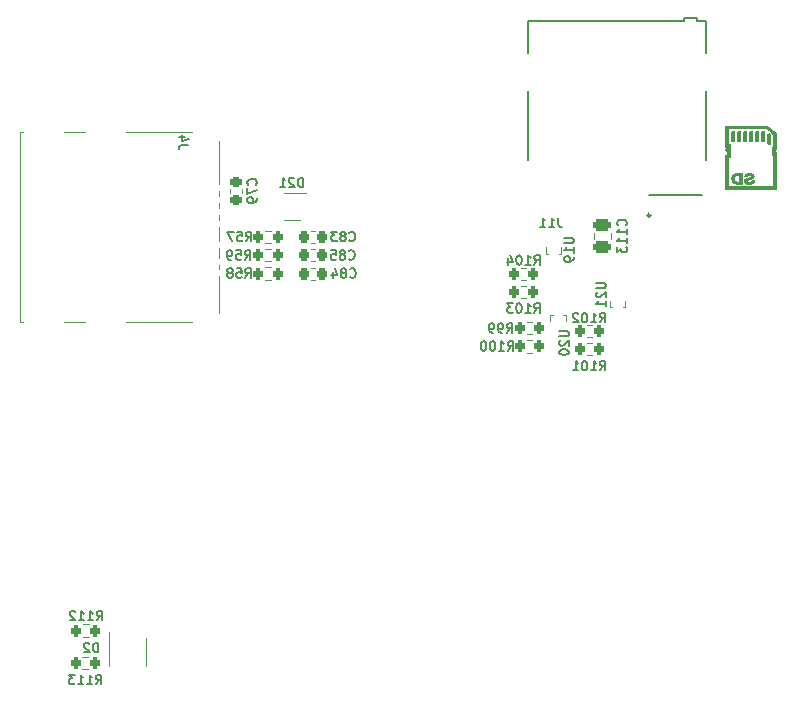
<source format=gbo>
G04 #@! TF.GenerationSoftware,KiCad,Pcbnew,(6.0.0)*
G04 #@! TF.CreationDate,2022-04-27T13:01:12+04:00*
G04 #@! TF.ProjectId,Gateway_STM32_ver_2_0,47617465-7761-4795-9f53-544d33325f76,rev?*
G04 #@! TF.SameCoordinates,Original*
G04 #@! TF.FileFunction,Legend,Bot*
G04 #@! TF.FilePolarity,Positive*
%FSLAX46Y46*%
G04 Gerber Fmt 4.6, Leading zero omitted, Abs format (unit mm)*
G04 Created by KiCad (PCBNEW (6.0.0)) date 2022-04-27 13:01:12*
%MOMM*%
%LPD*%
G01*
G04 APERTURE LIST*
G04 Aperture macros list*
%AMRoundRect*
0 Rectangle with rounded corners*
0 $1 Rounding radius*
0 $2 $3 $4 $5 $6 $7 $8 $9 X,Y pos of 4 corners*
0 Add a 4 corners polygon primitive as box body*
4,1,4,$2,$3,$4,$5,$6,$7,$8,$9,$2,$3,0*
0 Add four circle primitives for the rounded corners*
1,1,$1+$1,$2,$3*
1,1,$1+$1,$4,$5*
1,1,$1+$1,$6,$7*
1,1,$1+$1,$8,$9*
0 Add four rect primitives between the rounded corners*
20,1,$1+$1,$2,$3,$4,$5,0*
20,1,$1+$1,$4,$5,$6,$7,0*
20,1,$1+$1,$6,$7,$8,$9,0*
20,1,$1+$1,$8,$9,$2,$3,0*%
G04 Aperture macros list end*
%ADD10C,0.200000*%
%ADD11C,0.120000*%
%ADD12C,0.010000*%
%ADD13C,0.240000*%
%ADD14R,0.300000X0.300000*%
%ADD15R,1.200000X1.400000*%
%ADD16R,1.000000X1.400000*%
%ADD17C,0.900000*%
%ADD18C,8.600000*%
%ADD19C,1.000000*%
%ADD20R,1.350000X4.200000*%
%ADD21C,3.250000*%
%ADD22R,1.500000X1.500000*%
%ADD23C,1.500000*%
%ADD24C,2.300000*%
%ADD25R,1.398000X1.398000*%
%ADD26C,1.398000*%
%ADD27C,1.530000*%
%ADD28C,2.445000*%
%ADD29R,4.200000X1.350000*%
%ADD30C,1.700000*%
%ADD31R,1.600000X1.600000*%
%ADD32O,1.600000X1.600000*%
%ADD33RoundRect,0.250000X-0.600000X-0.600000X0.600000X-0.600000X0.600000X0.600000X-0.600000X0.600000X0*%
%ADD34O,5.000000X2.500000*%
%ADD35O,4.500000X2.250000*%
%ADD36O,2.250000X4.500000*%
%ADD37R,1.000000X1.000000*%
%ADD38O,1.000000X1.000000*%
%ADD39C,1.600000*%
%ADD40C,2.150000*%
%ADD41RoundRect,0.200000X-0.200000X-0.275000X0.200000X-0.275000X0.200000X0.275000X-0.200000X0.275000X0*%
%ADD42RoundRect,0.225000X-0.225000X-0.250000X0.225000X-0.250000X0.225000X0.250000X-0.225000X0.250000X0*%
%ADD43RoundRect,0.200000X0.200000X0.275000X-0.200000X0.275000X-0.200000X-0.275000X0.200000X-0.275000X0*%
%ADD44R,0.650000X0.400000*%
%ADD45R,1.000000X0.550000*%
%ADD46R,3.400000X1.000000*%
%ADD47R,2.400000X1.000000*%
%ADD48R,1.800000X0.500000*%
%ADD49RoundRect,0.250000X0.475000X-0.250000X0.475000X0.250000X-0.475000X0.250000X-0.475000X-0.250000X0*%
%ADD50C,0.950000*%
%ADD51R,0.620000X1.400000*%
%ADD52R,1.350000X1.420000*%
%ADD53R,1.100000X2.400000*%
%ADD54R,1.350000X1.270000*%
%ADD55RoundRect,0.225000X0.250000X-0.225000X0.250000X0.225000X-0.250000X0.225000X-0.250000X-0.225000X0*%
G04 APERTURE END LIST*
D10*
X85761904Y-96549523D02*
X86409523Y-96549523D01*
X86485714Y-96587619D01*
X86523809Y-96625714D01*
X86561904Y-96701904D01*
X86561904Y-96854285D01*
X86523809Y-96930476D01*
X86485714Y-96968571D01*
X86409523Y-97006666D01*
X85761904Y-97006666D01*
X85838095Y-97349523D02*
X85800000Y-97387619D01*
X85761904Y-97463809D01*
X85761904Y-97654285D01*
X85800000Y-97730476D01*
X85838095Y-97768571D01*
X85914285Y-97806666D01*
X85990476Y-97806666D01*
X86104761Y-97768571D01*
X86561904Y-97311428D01*
X86561904Y-97806666D01*
X85761904Y-98301904D02*
X85761904Y-98378095D01*
X85800000Y-98454285D01*
X85838095Y-98492380D01*
X85914285Y-98530476D01*
X86066666Y-98568571D01*
X86257142Y-98568571D01*
X86409523Y-98530476D01*
X86485714Y-98492380D01*
X86523809Y-98454285D01*
X86561904Y-98378095D01*
X86561904Y-98301904D01*
X86523809Y-98225714D01*
X86485714Y-98187619D01*
X86409523Y-98149523D01*
X86257142Y-98111428D01*
X86066666Y-98111428D01*
X85914285Y-98149523D01*
X85838095Y-98187619D01*
X85800000Y-98225714D01*
X85761904Y-98301904D01*
X46715476Y-123751904D02*
X46715476Y-122951904D01*
X46525000Y-122951904D01*
X46410714Y-122990000D01*
X46334523Y-123066190D01*
X46296428Y-123142380D01*
X46258333Y-123294761D01*
X46258333Y-123409047D01*
X46296428Y-123561428D01*
X46334523Y-123637619D01*
X46410714Y-123713809D01*
X46525000Y-123751904D01*
X46715476Y-123751904D01*
X45953571Y-123028095D02*
X45915476Y-122990000D01*
X45839285Y-122951904D01*
X45648809Y-122951904D01*
X45572619Y-122990000D01*
X45534523Y-123028095D01*
X45496428Y-123104285D01*
X45496428Y-123180476D01*
X45534523Y-123294761D01*
X45991666Y-123751904D01*
X45496428Y-123751904D01*
X46570238Y-121051904D02*
X46836904Y-120670952D01*
X47027380Y-121051904D02*
X47027380Y-120251904D01*
X46722619Y-120251904D01*
X46646428Y-120290000D01*
X46608333Y-120328095D01*
X46570238Y-120404285D01*
X46570238Y-120518571D01*
X46608333Y-120594761D01*
X46646428Y-120632857D01*
X46722619Y-120670952D01*
X47027380Y-120670952D01*
X45808333Y-121051904D02*
X46265476Y-121051904D01*
X46036904Y-121051904D02*
X46036904Y-120251904D01*
X46113095Y-120366190D01*
X46189285Y-120442380D01*
X46265476Y-120480476D01*
X45046428Y-121051904D02*
X45503571Y-121051904D01*
X45275000Y-121051904D02*
X45275000Y-120251904D01*
X45351190Y-120366190D01*
X45427380Y-120442380D01*
X45503571Y-120480476D01*
X44741666Y-120328095D02*
X44703571Y-120290000D01*
X44627380Y-120251904D01*
X44436904Y-120251904D01*
X44360714Y-120290000D01*
X44322619Y-120328095D01*
X44284523Y-120404285D01*
X44284523Y-120480476D01*
X44322619Y-120594761D01*
X44779761Y-121051904D01*
X44284523Y-121051904D01*
X67964285Y-88875714D02*
X68002380Y-88913809D01*
X68116666Y-88951904D01*
X68192857Y-88951904D01*
X68307142Y-88913809D01*
X68383333Y-88837619D01*
X68421428Y-88761428D01*
X68459523Y-88609047D01*
X68459523Y-88494761D01*
X68421428Y-88342380D01*
X68383333Y-88266190D01*
X68307142Y-88190000D01*
X68192857Y-88151904D01*
X68116666Y-88151904D01*
X68002380Y-88190000D01*
X67964285Y-88228095D01*
X67507142Y-88494761D02*
X67583333Y-88456666D01*
X67621428Y-88418571D01*
X67659523Y-88342380D01*
X67659523Y-88304285D01*
X67621428Y-88228095D01*
X67583333Y-88190000D01*
X67507142Y-88151904D01*
X67354761Y-88151904D01*
X67278571Y-88190000D01*
X67240476Y-88228095D01*
X67202380Y-88304285D01*
X67202380Y-88342380D01*
X67240476Y-88418571D01*
X67278571Y-88456666D01*
X67354761Y-88494761D01*
X67507142Y-88494761D01*
X67583333Y-88532857D01*
X67621428Y-88570952D01*
X67659523Y-88647142D01*
X67659523Y-88799523D01*
X67621428Y-88875714D01*
X67583333Y-88913809D01*
X67507142Y-88951904D01*
X67354761Y-88951904D01*
X67278571Y-88913809D01*
X67240476Y-88875714D01*
X67202380Y-88799523D01*
X67202380Y-88647142D01*
X67240476Y-88570952D01*
X67278571Y-88532857D01*
X67354761Y-88494761D01*
X66935714Y-88151904D02*
X66440476Y-88151904D01*
X66707142Y-88456666D01*
X66592857Y-88456666D01*
X66516666Y-88494761D01*
X66478571Y-88532857D01*
X66440476Y-88609047D01*
X66440476Y-88799523D01*
X66478571Y-88875714D01*
X66516666Y-88913809D01*
X66592857Y-88951904D01*
X66821428Y-88951904D01*
X66897619Y-88913809D01*
X66935714Y-88875714D01*
X59114285Y-90501904D02*
X59380952Y-90120952D01*
X59571428Y-90501904D02*
X59571428Y-89701904D01*
X59266666Y-89701904D01*
X59190476Y-89740000D01*
X59152380Y-89778095D01*
X59114285Y-89854285D01*
X59114285Y-89968571D01*
X59152380Y-90044761D01*
X59190476Y-90082857D01*
X59266666Y-90120952D01*
X59571428Y-90120952D01*
X58390476Y-89701904D02*
X58771428Y-89701904D01*
X58809523Y-90082857D01*
X58771428Y-90044761D01*
X58695238Y-90006666D01*
X58504761Y-90006666D01*
X58428571Y-90044761D01*
X58390476Y-90082857D01*
X58352380Y-90159047D01*
X58352380Y-90349523D01*
X58390476Y-90425714D01*
X58428571Y-90463809D01*
X58504761Y-90501904D01*
X58695238Y-90501904D01*
X58771428Y-90463809D01*
X58809523Y-90425714D01*
X57971428Y-90501904D02*
X57819047Y-90501904D01*
X57742857Y-90463809D01*
X57704761Y-90425714D01*
X57628571Y-90311428D01*
X57590476Y-90159047D01*
X57590476Y-89854285D01*
X57628571Y-89778095D01*
X57666666Y-89740000D01*
X57742857Y-89701904D01*
X57895238Y-89701904D01*
X57971428Y-89740000D01*
X58009523Y-89778095D01*
X58047619Y-89854285D01*
X58047619Y-90044761D01*
X58009523Y-90120952D01*
X57971428Y-90159047D01*
X57895238Y-90197142D01*
X57742857Y-90197142D01*
X57666666Y-90159047D01*
X57628571Y-90120952D01*
X57590476Y-90044761D01*
X86161904Y-88649523D02*
X86809523Y-88649523D01*
X86885714Y-88687619D01*
X86923809Y-88725714D01*
X86961904Y-88801904D01*
X86961904Y-88954285D01*
X86923809Y-89030476D01*
X86885714Y-89068571D01*
X86809523Y-89106666D01*
X86161904Y-89106666D01*
X86961904Y-89906666D02*
X86961904Y-89449523D01*
X86961904Y-89678095D02*
X86161904Y-89678095D01*
X86276190Y-89601904D01*
X86352380Y-89525714D01*
X86390476Y-89449523D01*
X86961904Y-90287619D02*
X86961904Y-90440000D01*
X86923809Y-90516190D01*
X86885714Y-90554285D01*
X86771428Y-90630476D01*
X86619047Y-90668571D01*
X86314285Y-90668571D01*
X86238095Y-90630476D01*
X86200000Y-90592380D01*
X86161904Y-90516190D01*
X86161904Y-90363809D01*
X86200000Y-90287619D01*
X86238095Y-90249523D01*
X86314285Y-90211428D01*
X86504761Y-90211428D01*
X86580952Y-90249523D01*
X86619047Y-90287619D01*
X86657142Y-90363809D01*
X86657142Y-90516190D01*
X86619047Y-90592380D01*
X86580952Y-90630476D01*
X86504761Y-90668571D01*
X59214285Y-88951904D02*
X59480952Y-88570952D01*
X59671428Y-88951904D02*
X59671428Y-88151904D01*
X59366666Y-88151904D01*
X59290476Y-88190000D01*
X59252380Y-88228095D01*
X59214285Y-88304285D01*
X59214285Y-88418571D01*
X59252380Y-88494761D01*
X59290476Y-88532857D01*
X59366666Y-88570952D01*
X59671428Y-88570952D01*
X58490476Y-88151904D02*
X58871428Y-88151904D01*
X58909523Y-88532857D01*
X58871428Y-88494761D01*
X58795238Y-88456666D01*
X58604761Y-88456666D01*
X58528571Y-88494761D01*
X58490476Y-88532857D01*
X58452380Y-88609047D01*
X58452380Y-88799523D01*
X58490476Y-88875714D01*
X58528571Y-88913809D01*
X58604761Y-88951904D01*
X58795238Y-88951904D01*
X58871428Y-88913809D01*
X58909523Y-88875714D01*
X58185714Y-88151904D02*
X57652380Y-88151904D01*
X57995238Y-88951904D01*
X46505238Y-126441904D02*
X46771904Y-126060952D01*
X46962380Y-126441904D02*
X46962380Y-125641904D01*
X46657619Y-125641904D01*
X46581428Y-125680000D01*
X46543333Y-125718095D01*
X46505238Y-125794285D01*
X46505238Y-125908571D01*
X46543333Y-125984761D01*
X46581428Y-126022857D01*
X46657619Y-126060952D01*
X46962380Y-126060952D01*
X45743333Y-126441904D02*
X46200476Y-126441904D01*
X45971904Y-126441904D02*
X45971904Y-125641904D01*
X46048095Y-125756190D01*
X46124285Y-125832380D01*
X46200476Y-125870476D01*
X44981428Y-126441904D02*
X45438571Y-126441904D01*
X45210000Y-126441904D02*
X45210000Y-125641904D01*
X45286190Y-125756190D01*
X45362380Y-125832380D01*
X45438571Y-125870476D01*
X44714761Y-125641904D02*
X44219523Y-125641904D01*
X44486190Y-125946666D01*
X44371904Y-125946666D01*
X44295714Y-125984761D01*
X44257619Y-126022857D01*
X44219523Y-126099047D01*
X44219523Y-126289523D01*
X44257619Y-126365714D01*
X44295714Y-126403809D01*
X44371904Y-126441904D01*
X44600476Y-126441904D01*
X44676666Y-126403809D01*
X44714761Y-126365714D01*
X89185238Y-99881904D02*
X89451904Y-99500952D01*
X89642380Y-99881904D02*
X89642380Y-99081904D01*
X89337619Y-99081904D01*
X89261428Y-99120000D01*
X89223333Y-99158095D01*
X89185238Y-99234285D01*
X89185238Y-99348571D01*
X89223333Y-99424761D01*
X89261428Y-99462857D01*
X89337619Y-99500952D01*
X89642380Y-99500952D01*
X88423333Y-99881904D02*
X88880476Y-99881904D01*
X88651904Y-99881904D02*
X88651904Y-99081904D01*
X88728095Y-99196190D01*
X88804285Y-99272380D01*
X88880476Y-99310476D01*
X87928095Y-99081904D02*
X87851904Y-99081904D01*
X87775714Y-99120000D01*
X87737619Y-99158095D01*
X87699523Y-99234285D01*
X87661428Y-99386666D01*
X87661428Y-99577142D01*
X87699523Y-99729523D01*
X87737619Y-99805714D01*
X87775714Y-99843809D01*
X87851904Y-99881904D01*
X87928095Y-99881904D01*
X88004285Y-99843809D01*
X88042380Y-99805714D01*
X88080476Y-99729523D01*
X88118571Y-99577142D01*
X88118571Y-99386666D01*
X88080476Y-99234285D01*
X88042380Y-99158095D01*
X88004285Y-99120000D01*
X87928095Y-99081904D01*
X86899523Y-99881904D02*
X87356666Y-99881904D01*
X87128095Y-99881904D02*
X87128095Y-99081904D01*
X87204285Y-99196190D01*
X87280476Y-99272380D01*
X87356666Y-99310476D01*
X68014285Y-91975714D02*
X68052380Y-92013809D01*
X68166666Y-92051904D01*
X68242857Y-92051904D01*
X68357142Y-92013809D01*
X68433333Y-91937619D01*
X68471428Y-91861428D01*
X68509523Y-91709047D01*
X68509523Y-91594761D01*
X68471428Y-91442380D01*
X68433333Y-91366190D01*
X68357142Y-91290000D01*
X68242857Y-91251904D01*
X68166666Y-91251904D01*
X68052380Y-91290000D01*
X68014285Y-91328095D01*
X67557142Y-91594761D02*
X67633333Y-91556666D01*
X67671428Y-91518571D01*
X67709523Y-91442380D01*
X67709523Y-91404285D01*
X67671428Y-91328095D01*
X67633333Y-91290000D01*
X67557142Y-91251904D01*
X67404761Y-91251904D01*
X67328571Y-91290000D01*
X67290476Y-91328095D01*
X67252380Y-91404285D01*
X67252380Y-91442380D01*
X67290476Y-91518571D01*
X67328571Y-91556666D01*
X67404761Y-91594761D01*
X67557142Y-91594761D01*
X67633333Y-91632857D01*
X67671428Y-91670952D01*
X67709523Y-91747142D01*
X67709523Y-91899523D01*
X67671428Y-91975714D01*
X67633333Y-92013809D01*
X67557142Y-92051904D01*
X67404761Y-92051904D01*
X67328571Y-92013809D01*
X67290476Y-91975714D01*
X67252380Y-91899523D01*
X67252380Y-91747142D01*
X67290476Y-91670952D01*
X67328571Y-91632857D01*
X67404761Y-91594761D01*
X66566666Y-91518571D02*
X66566666Y-92051904D01*
X66757142Y-91213809D02*
X66947619Y-91785238D01*
X66452380Y-91785238D01*
X59164285Y-92051904D02*
X59430952Y-91670952D01*
X59621428Y-92051904D02*
X59621428Y-91251904D01*
X59316666Y-91251904D01*
X59240476Y-91290000D01*
X59202380Y-91328095D01*
X59164285Y-91404285D01*
X59164285Y-91518571D01*
X59202380Y-91594761D01*
X59240476Y-91632857D01*
X59316666Y-91670952D01*
X59621428Y-91670952D01*
X58440476Y-91251904D02*
X58821428Y-91251904D01*
X58859523Y-91632857D01*
X58821428Y-91594761D01*
X58745238Y-91556666D01*
X58554761Y-91556666D01*
X58478571Y-91594761D01*
X58440476Y-91632857D01*
X58402380Y-91709047D01*
X58402380Y-91899523D01*
X58440476Y-91975714D01*
X58478571Y-92013809D01*
X58554761Y-92051904D01*
X58745238Y-92051904D01*
X58821428Y-92013809D01*
X58859523Y-91975714D01*
X57945238Y-91594761D02*
X58021428Y-91556666D01*
X58059523Y-91518571D01*
X58097619Y-91442380D01*
X58097619Y-91404285D01*
X58059523Y-91328095D01*
X58021428Y-91290000D01*
X57945238Y-91251904D01*
X57792857Y-91251904D01*
X57716666Y-91290000D01*
X57678571Y-91328095D01*
X57640476Y-91404285D01*
X57640476Y-91442380D01*
X57678571Y-91518571D01*
X57716666Y-91556666D01*
X57792857Y-91594761D01*
X57945238Y-91594761D01*
X58021428Y-91632857D01*
X58059523Y-91670952D01*
X58097619Y-91747142D01*
X58097619Y-91899523D01*
X58059523Y-91975714D01*
X58021428Y-92013809D01*
X57945238Y-92051904D01*
X57792857Y-92051904D01*
X57716666Y-92013809D01*
X57678571Y-91975714D01*
X57640476Y-91899523D01*
X57640476Y-91747142D01*
X57678571Y-91670952D01*
X57716666Y-91632857D01*
X57792857Y-91594761D01*
X81304285Y-96691904D02*
X81570952Y-96310952D01*
X81761428Y-96691904D02*
X81761428Y-95891904D01*
X81456666Y-95891904D01*
X81380476Y-95930000D01*
X81342380Y-95968095D01*
X81304285Y-96044285D01*
X81304285Y-96158571D01*
X81342380Y-96234761D01*
X81380476Y-96272857D01*
X81456666Y-96310952D01*
X81761428Y-96310952D01*
X80923333Y-96691904D02*
X80770952Y-96691904D01*
X80694761Y-96653809D01*
X80656666Y-96615714D01*
X80580476Y-96501428D01*
X80542380Y-96349047D01*
X80542380Y-96044285D01*
X80580476Y-95968095D01*
X80618571Y-95930000D01*
X80694761Y-95891904D01*
X80847142Y-95891904D01*
X80923333Y-95930000D01*
X80961428Y-95968095D01*
X80999523Y-96044285D01*
X80999523Y-96234761D01*
X80961428Y-96310952D01*
X80923333Y-96349047D01*
X80847142Y-96387142D01*
X80694761Y-96387142D01*
X80618571Y-96349047D01*
X80580476Y-96310952D01*
X80542380Y-96234761D01*
X80161428Y-96691904D02*
X80009047Y-96691904D01*
X79932857Y-96653809D01*
X79894761Y-96615714D01*
X79818571Y-96501428D01*
X79780476Y-96349047D01*
X79780476Y-96044285D01*
X79818571Y-95968095D01*
X79856666Y-95930000D01*
X79932857Y-95891904D01*
X80085238Y-95891904D01*
X80161428Y-95930000D01*
X80199523Y-95968095D01*
X80237619Y-96044285D01*
X80237619Y-96234761D01*
X80199523Y-96310952D01*
X80161428Y-96349047D01*
X80085238Y-96387142D01*
X79932857Y-96387142D01*
X79856666Y-96349047D01*
X79818571Y-96310952D01*
X79780476Y-96234761D01*
X64071428Y-84351904D02*
X64071428Y-83551904D01*
X63880952Y-83551904D01*
X63766666Y-83590000D01*
X63690476Y-83666190D01*
X63652380Y-83742380D01*
X63614285Y-83894761D01*
X63614285Y-84009047D01*
X63652380Y-84161428D01*
X63690476Y-84237619D01*
X63766666Y-84313809D01*
X63880952Y-84351904D01*
X64071428Y-84351904D01*
X63309523Y-83628095D02*
X63271428Y-83590000D01*
X63195238Y-83551904D01*
X63004761Y-83551904D01*
X62928571Y-83590000D01*
X62890476Y-83628095D01*
X62852380Y-83704285D01*
X62852380Y-83780476D01*
X62890476Y-83894761D01*
X63347619Y-84351904D01*
X62852380Y-84351904D01*
X62090476Y-84351904D02*
X62547619Y-84351904D01*
X62319047Y-84351904D02*
X62319047Y-83551904D01*
X62395238Y-83666190D01*
X62471428Y-83742380D01*
X62547619Y-83780476D01*
X81375238Y-98201904D02*
X81641904Y-97820952D01*
X81832380Y-98201904D02*
X81832380Y-97401904D01*
X81527619Y-97401904D01*
X81451428Y-97440000D01*
X81413333Y-97478095D01*
X81375238Y-97554285D01*
X81375238Y-97668571D01*
X81413333Y-97744761D01*
X81451428Y-97782857D01*
X81527619Y-97820952D01*
X81832380Y-97820952D01*
X80613333Y-98201904D02*
X81070476Y-98201904D01*
X80841904Y-98201904D02*
X80841904Y-97401904D01*
X80918095Y-97516190D01*
X80994285Y-97592380D01*
X81070476Y-97630476D01*
X80118095Y-97401904D02*
X80041904Y-97401904D01*
X79965714Y-97440000D01*
X79927619Y-97478095D01*
X79889523Y-97554285D01*
X79851428Y-97706666D01*
X79851428Y-97897142D01*
X79889523Y-98049523D01*
X79927619Y-98125714D01*
X79965714Y-98163809D01*
X80041904Y-98201904D01*
X80118095Y-98201904D01*
X80194285Y-98163809D01*
X80232380Y-98125714D01*
X80270476Y-98049523D01*
X80308571Y-97897142D01*
X80308571Y-97706666D01*
X80270476Y-97554285D01*
X80232380Y-97478095D01*
X80194285Y-97440000D01*
X80118095Y-97401904D01*
X79356190Y-97401904D02*
X79280000Y-97401904D01*
X79203809Y-97440000D01*
X79165714Y-97478095D01*
X79127619Y-97554285D01*
X79089523Y-97706666D01*
X79089523Y-97897142D01*
X79127619Y-98049523D01*
X79165714Y-98125714D01*
X79203809Y-98163809D01*
X79280000Y-98201904D01*
X79356190Y-98201904D01*
X79432380Y-98163809D01*
X79470476Y-98125714D01*
X79508571Y-98049523D01*
X79546666Y-97897142D01*
X79546666Y-97706666D01*
X79508571Y-97554285D01*
X79470476Y-97478095D01*
X79432380Y-97440000D01*
X79356190Y-97401904D01*
X67914285Y-90425714D02*
X67952380Y-90463809D01*
X68066666Y-90501904D01*
X68142857Y-90501904D01*
X68257142Y-90463809D01*
X68333333Y-90387619D01*
X68371428Y-90311428D01*
X68409523Y-90159047D01*
X68409523Y-90044761D01*
X68371428Y-89892380D01*
X68333333Y-89816190D01*
X68257142Y-89740000D01*
X68142857Y-89701904D01*
X68066666Y-89701904D01*
X67952380Y-89740000D01*
X67914285Y-89778095D01*
X67457142Y-90044761D02*
X67533333Y-90006666D01*
X67571428Y-89968571D01*
X67609523Y-89892380D01*
X67609523Y-89854285D01*
X67571428Y-89778095D01*
X67533333Y-89740000D01*
X67457142Y-89701904D01*
X67304761Y-89701904D01*
X67228571Y-89740000D01*
X67190476Y-89778095D01*
X67152380Y-89854285D01*
X67152380Y-89892380D01*
X67190476Y-89968571D01*
X67228571Y-90006666D01*
X67304761Y-90044761D01*
X67457142Y-90044761D01*
X67533333Y-90082857D01*
X67571428Y-90120952D01*
X67609523Y-90197142D01*
X67609523Y-90349523D01*
X67571428Y-90425714D01*
X67533333Y-90463809D01*
X67457142Y-90501904D01*
X67304761Y-90501904D01*
X67228571Y-90463809D01*
X67190476Y-90425714D01*
X67152380Y-90349523D01*
X67152380Y-90197142D01*
X67190476Y-90120952D01*
X67228571Y-90082857D01*
X67304761Y-90044761D01*
X66428571Y-89701904D02*
X66809523Y-89701904D01*
X66847619Y-90082857D01*
X66809523Y-90044761D01*
X66733333Y-90006666D01*
X66542857Y-90006666D01*
X66466666Y-90044761D01*
X66428571Y-90082857D01*
X66390476Y-90159047D01*
X66390476Y-90349523D01*
X66428571Y-90425714D01*
X66466666Y-90463809D01*
X66542857Y-90501904D01*
X66733333Y-90501904D01*
X66809523Y-90463809D01*
X66847619Y-90425714D01*
X54338095Y-80806666D02*
X53766666Y-80806666D01*
X53652380Y-80844761D01*
X53576190Y-80920952D01*
X53538095Y-81035238D01*
X53538095Y-81111428D01*
X54071428Y-80082857D02*
X53538095Y-80082857D01*
X54376190Y-80273333D02*
X53804761Y-80463809D01*
X53804761Y-79968571D01*
X89175238Y-95811904D02*
X89441904Y-95430952D01*
X89632380Y-95811904D02*
X89632380Y-95011904D01*
X89327619Y-95011904D01*
X89251428Y-95050000D01*
X89213333Y-95088095D01*
X89175238Y-95164285D01*
X89175238Y-95278571D01*
X89213333Y-95354761D01*
X89251428Y-95392857D01*
X89327619Y-95430952D01*
X89632380Y-95430952D01*
X88413333Y-95811904D02*
X88870476Y-95811904D01*
X88641904Y-95811904D02*
X88641904Y-95011904D01*
X88718095Y-95126190D01*
X88794285Y-95202380D01*
X88870476Y-95240476D01*
X87918095Y-95011904D02*
X87841904Y-95011904D01*
X87765714Y-95050000D01*
X87727619Y-95088095D01*
X87689523Y-95164285D01*
X87651428Y-95316666D01*
X87651428Y-95507142D01*
X87689523Y-95659523D01*
X87727619Y-95735714D01*
X87765714Y-95773809D01*
X87841904Y-95811904D01*
X87918095Y-95811904D01*
X87994285Y-95773809D01*
X88032380Y-95735714D01*
X88070476Y-95659523D01*
X88108571Y-95507142D01*
X88108571Y-95316666D01*
X88070476Y-95164285D01*
X88032380Y-95088095D01*
X87994285Y-95050000D01*
X87918095Y-95011904D01*
X87346666Y-95088095D02*
X87308571Y-95050000D01*
X87232380Y-95011904D01*
X87041904Y-95011904D01*
X86965714Y-95050000D01*
X86927619Y-95088095D01*
X86889523Y-95164285D01*
X86889523Y-95240476D01*
X86927619Y-95354761D01*
X87384761Y-95811904D01*
X86889523Y-95811904D01*
X91365714Y-87604761D02*
X91403809Y-87566666D01*
X91441904Y-87452380D01*
X91441904Y-87376190D01*
X91403809Y-87261904D01*
X91327619Y-87185714D01*
X91251428Y-87147619D01*
X91099047Y-87109523D01*
X90984761Y-87109523D01*
X90832380Y-87147619D01*
X90756190Y-87185714D01*
X90680000Y-87261904D01*
X90641904Y-87376190D01*
X90641904Y-87452380D01*
X90680000Y-87566666D01*
X90718095Y-87604761D01*
X91441904Y-88366666D02*
X91441904Y-87909523D01*
X91441904Y-88138095D02*
X90641904Y-88138095D01*
X90756190Y-88061904D01*
X90832380Y-87985714D01*
X90870476Y-87909523D01*
X91441904Y-89128571D02*
X91441904Y-88671428D01*
X91441904Y-88900000D02*
X90641904Y-88900000D01*
X90756190Y-88823809D01*
X90832380Y-88747619D01*
X90870476Y-88671428D01*
X90641904Y-89395238D02*
X90641904Y-89890476D01*
X90946666Y-89623809D01*
X90946666Y-89738095D01*
X90984761Y-89814285D01*
X91022857Y-89852380D01*
X91099047Y-89890476D01*
X91289523Y-89890476D01*
X91365714Y-89852380D01*
X91403809Y-89814285D01*
X91441904Y-89738095D01*
X91441904Y-89509523D01*
X91403809Y-89433333D01*
X91365714Y-89395238D01*
X83625238Y-90931904D02*
X83891904Y-90550952D01*
X84082380Y-90931904D02*
X84082380Y-90131904D01*
X83777619Y-90131904D01*
X83701428Y-90170000D01*
X83663333Y-90208095D01*
X83625238Y-90284285D01*
X83625238Y-90398571D01*
X83663333Y-90474761D01*
X83701428Y-90512857D01*
X83777619Y-90550952D01*
X84082380Y-90550952D01*
X82863333Y-90931904D02*
X83320476Y-90931904D01*
X83091904Y-90931904D02*
X83091904Y-90131904D01*
X83168095Y-90246190D01*
X83244285Y-90322380D01*
X83320476Y-90360476D01*
X82368095Y-90131904D02*
X82291904Y-90131904D01*
X82215714Y-90170000D01*
X82177619Y-90208095D01*
X82139523Y-90284285D01*
X82101428Y-90436666D01*
X82101428Y-90627142D01*
X82139523Y-90779523D01*
X82177619Y-90855714D01*
X82215714Y-90893809D01*
X82291904Y-90931904D01*
X82368095Y-90931904D01*
X82444285Y-90893809D01*
X82482380Y-90855714D01*
X82520476Y-90779523D01*
X82558571Y-90627142D01*
X82558571Y-90436666D01*
X82520476Y-90284285D01*
X82482380Y-90208095D01*
X82444285Y-90170000D01*
X82368095Y-90131904D01*
X81415714Y-90398571D02*
X81415714Y-90931904D01*
X81606190Y-90093809D02*
X81796666Y-90665238D01*
X81301428Y-90665238D01*
X85657619Y-86939404D02*
X85657619Y-87510833D01*
X85695714Y-87625119D01*
X85771904Y-87701309D01*
X85886190Y-87739404D01*
X85962380Y-87739404D01*
X84857619Y-87739404D02*
X85314761Y-87739404D01*
X85086190Y-87739404D02*
X85086190Y-86939404D01*
X85162380Y-87053690D01*
X85238571Y-87129880D01*
X85314761Y-87167976D01*
X84095714Y-87739404D02*
X84552857Y-87739404D01*
X84324285Y-87739404D02*
X84324285Y-86939404D01*
X84400476Y-87053690D01*
X84476666Y-87129880D01*
X84552857Y-87167976D01*
X83615238Y-95011904D02*
X83881904Y-94630952D01*
X84072380Y-95011904D02*
X84072380Y-94211904D01*
X83767619Y-94211904D01*
X83691428Y-94250000D01*
X83653333Y-94288095D01*
X83615238Y-94364285D01*
X83615238Y-94478571D01*
X83653333Y-94554761D01*
X83691428Y-94592857D01*
X83767619Y-94630952D01*
X84072380Y-94630952D01*
X82853333Y-95011904D02*
X83310476Y-95011904D01*
X83081904Y-95011904D02*
X83081904Y-94211904D01*
X83158095Y-94326190D01*
X83234285Y-94402380D01*
X83310476Y-94440476D01*
X82358095Y-94211904D02*
X82281904Y-94211904D01*
X82205714Y-94250000D01*
X82167619Y-94288095D01*
X82129523Y-94364285D01*
X82091428Y-94516666D01*
X82091428Y-94707142D01*
X82129523Y-94859523D01*
X82167619Y-94935714D01*
X82205714Y-94973809D01*
X82281904Y-95011904D01*
X82358095Y-95011904D01*
X82434285Y-94973809D01*
X82472380Y-94935714D01*
X82510476Y-94859523D01*
X82548571Y-94707142D01*
X82548571Y-94516666D01*
X82510476Y-94364285D01*
X82472380Y-94288095D01*
X82434285Y-94250000D01*
X82358095Y-94211904D01*
X81824761Y-94211904D02*
X81329523Y-94211904D01*
X81596190Y-94516666D01*
X81481904Y-94516666D01*
X81405714Y-94554761D01*
X81367619Y-94592857D01*
X81329523Y-94669047D01*
X81329523Y-94859523D01*
X81367619Y-94935714D01*
X81405714Y-94973809D01*
X81481904Y-95011904D01*
X81710476Y-95011904D01*
X81786666Y-94973809D01*
X81824761Y-94935714D01*
X60065714Y-84175714D02*
X60103809Y-84137619D01*
X60141904Y-84023333D01*
X60141904Y-83947142D01*
X60103809Y-83832857D01*
X60027619Y-83756666D01*
X59951428Y-83718571D01*
X59799047Y-83680476D01*
X59684761Y-83680476D01*
X59532380Y-83718571D01*
X59456190Y-83756666D01*
X59380000Y-83832857D01*
X59341904Y-83947142D01*
X59341904Y-84023333D01*
X59380000Y-84137619D01*
X59418095Y-84175714D01*
X59341904Y-84442380D02*
X59341904Y-84975714D01*
X60141904Y-84632857D01*
X60141904Y-85318571D02*
X60141904Y-85470952D01*
X60103809Y-85547142D01*
X60065714Y-85585238D01*
X59951428Y-85661428D01*
X59799047Y-85699523D01*
X59494285Y-85699523D01*
X59418095Y-85661428D01*
X59380000Y-85623333D01*
X59341904Y-85547142D01*
X59341904Y-85394761D01*
X59380000Y-85318571D01*
X59418095Y-85280476D01*
X59494285Y-85242380D01*
X59684761Y-85242380D01*
X59760952Y-85280476D01*
X59799047Y-85318571D01*
X59837142Y-85394761D01*
X59837142Y-85547142D01*
X59799047Y-85623333D01*
X59760952Y-85661428D01*
X59684761Y-85699523D01*
X88861904Y-92449523D02*
X89509523Y-92449523D01*
X89585714Y-92487619D01*
X89623809Y-92525714D01*
X89661904Y-92601904D01*
X89661904Y-92754285D01*
X89623809Y-92830476D01*
X89585714Y-92868571D01*
X89509523Y-92906666D01*
X88861904Y-92906666D01*
X88938095Y-93249523D02*
X88900000Y-93287619D01*
X88861904Y-93363809D01*
X88861904Y-93554285D01*
X88900000Y-93630476D01*
X88938095Y-93668571D01*
X89014285Y-93706666D01*
X89090476Y-93706666D01*
X89204761Y-93668571D01*
X89661904Y-93211428D01*
X89661904Y-93706666D01*
X89661904Y-94468571D02*
X89661904Y-94011428D01*
X89661904Y-94240000D02*
X88861904Y-94240000D01*
X88976190Y-94163809D01*
X89052380Y-94087619D01*
X89090476Y-94011428D01*
D11*
X86275000Y-95190000D02*
X86075000Y-95190000D01*
X84975000Y-95740000D02*
X84975000Y-95190000D01*
X84975000Y-95190000D02*
X85175000Y-95190000D01*
X86275000Y-95740000D02*
X86275000Y-95190000D01*
X50750000Y-122540000D02*
X50750000Y-124940000D01*
X47650000Y-124940000D02*
X47650000Y-121990000D01*
X45412742Y-122432500D02*
X45887258Y-122432500D01*
X45412742Y-121387500D02*
X45887258Y-121387500D01*
X64759420Y-89100000D02*
X65040580Y-89100000D01*
X64759420Y-88080000D02*
X65040580Y-88080000D01*
X61337258Y-89617500D02*
X60862742Y-89617500D01*
X61337258Y-90662500D02*
X60862742Y-90662500D01*
X84625000Y-90015000D02*
X84825000Y-90015000D01*
X84625000Y-89465000D02*
X84625000Y-90015000D01*
X85925000Y-89465000D02*
X85925000Y-90015000D01*
X85925000Y-90015000D02*
X85725000Y-90015000D01*
X61337258Y-89112500D02*
X60862742Y-89112500D01*
X61337258Y-88067500D02*
X60862742Y-88067500D01*
X45372742Y-125172500D02*
X45847258Y-125172500D01*
X45372742Y-124127500D02*
X45847258Y-124127500D01*
X88052742Y-97567500D02*
X88527258Y-97567500D01*
X88052742Y-98612500D02*
X88527258Y-98612500D01*
X64759420Y-91180000D02*
X65040580Y-91180000D01*
X64759420Y-92200000D02*
X65040580Y-92200000D01*
X61337258Y-91167500D02*
X60862742Y-91167500D01*
X61337258Y-92212500D02*
X60862742Y-92212500D01*
D12*
X103418572Y-79839069D02*
X103415375Y-79840344D01*
X103415375Y-79840344D02*
X103391626Y-79853244D01*
X103391626Y-79853244D02*
X103373094Y-79872845D01*
X103373094Y-79872845D02*
X103359246Y-79902495D01*
X103359246Y-79902495D02*
X103349552Y-79945544D01*
X103349552Y-79945544D02*
X103343478Y-80005342D01*
X103343478Y-80005342D02*
X103340495Y-80085237D01*
X103340495Y-80085237D02*
X103340070Y-80188579D01*
X103340070Y-80188579D02*
X103341463Y-80306113D01*
X103341463Y-80306113D02*
X103347001Y-80647344D01*
X103347001Y-80647344D02*
X103394511Y-80683378D01*
X103394511Y-80683378D02*
X103451412Y-80713589D01*
X103451412Y-80713589D02*
X103504437Y-80714259D01*
X103504437Y-80714259D02*
X103554972Y-80685366D01*
X103554972Y-80685366D02*
X103559949Y-80680843D01*
X103559949Y-80680843D02*
X103601000Y-80642275D01*
X103601000Y-80642275D02*
X103601000Y-79895045D01*
X103601000Y-79895045D02*
X103553490Y-79858993D01*
X103553490Y-79858993D02*
X103508424Y-79830866D01*
X103508424Y-79830866D02*
X103468409Y-79824894D01*
X103468409Y-79824894D02*
X103418572Y-79839069D01*
X103418572Y-79839069D02*
X103418572Y-79839069D01*
G36*
X103508424Y-79830866D02*
G01*
X103553490Y-79858993D01*
X103601000Y-79895045D01*
X103601000Y-80642275D01*
X103559949Y-80680843D01*
X103554972Y-80685366D01*
X103504437Y-80714259D01*
X103451412Y-80713589D01*
X103394511Y-80683378D01*
X103347001Y-80647344D01*
X103341463Y-80306113D01*
X103340070Y-80188579D01*
X103340495Y-80085237D01*
X103343478Y-80005342D01*
X103349552Y-79945544D01*
X103359246Y-79902495D01*
X103373094Y-79872845D01*
X103391626Y-79853244D01*
X103415375Y-79840344D01*
X103418572Y-79839069D01*
X103468409Y-79824894D01*
X103508424Y-79830866D01*
G37*
X103508424Y-79830866D02*
X103553490Y-79858993D01*
X103601000Y-79895045D01*
X103601000Y-80642275D01*
X103559949Y-80680843D01*
X103554972Y-80685366D01*
X103504437Y-80714259D01*
X103451412Y-80713589D01*
X103394511Y-80683378D01*
X103347001Y-80647344D01*
X103341463Y-80306113D01*
X103340070Y-80188579D01*
X103340495Y-80085237D01*
X103343478Y-80005342D01*
X103349552Y-79945544D01*
X103359246Y-79902495D01*
X103373094Y-79872845D01*
X103391626Y-79853244D01*
X103415375Y-79840344D01*
X103418572Y-79839069D01*
X103468409Y-79824894D01*
X103508424Y-79830866D01*
X101774249Y-83172915D02*
X101653362Y-83189822D01*
X101653362Y-83189822D02*
X101556808Y-83224927D01*
X101556808Y-83224927D02*
X101485963Y-83277350D01*
X101485963Y-83277350D02*
X101442204Y-83346210D01*
X101442204Y-83346210D02*
X101429778Y-83393323D01*
X101429778Y-83393323D02*
X101420608Y-83453647D01*
X101420608Y-83453647D02*
X101524438Y-83453647D01*
X101524438Y-83453647D02*
X101584779Y-83451865D01*
X101584779Y-83451865D02*
X101617375Y-83445697D01*
X101617375Y-83445697D02*
X101628157Y-83433909D01*
X101628157Y-83433909D02*
X101628267Y-83432069D01*
X101628267Y-83432069D02*
X101638648Y-83406872D01*
X101638648Y-83406872D02*
X101664014Y-83373916D01*
X101664014Y-83373916D02*
X101667731Y-83370008D01*
X101667731Y-83370008D02*
X101719636Y-83337335D01*
X101719636Y-83337335D02*
X101788025Y-83320909D01*
X101788025Y-83320909D02*
X101860280Y-83321693D01*
X101860280Y-83321693D02*
X101923782Y-83340654D01*
X101923782Y-83340654D02*
X101938236Y-83349324D01*
X101938236Y-83349324D02*
X101973395Y-83383254D01*
X101973395Y-83383254D02*
X101980746Y-83420327D01*
X101980746Y-83420327D02*
X101980569Y-83421763D01*
X101980569Y-83421763D02*
X101972419Y-83445002D01*
X101972419Y-83445002D02*
X101951727Y-83465866D01*
X101951727Y-83465866D02*
X101914248Y-83486299D01*
X101914248Y-83486299D02*
X101855739Y-83508244D01*
X101855739Y-83508244D02*
X101771957Y-83533645D01*
X101771957Y-83533645D02*
X101683228Y-83557935D01*
X101683228Y-83557935D02*
X101563497Y-83595788D01*
X101563497Y-83595788D02*
X101475285Y-83638261D01*
X101475285Y-83638261D02*
X101416353Y-83687581D01*
X101416353Y-83687581D02*
X101384463Y-83745978D01*
X101384463Y-83745978D02*
X101377375Y-83815680D01*
X101377375Y-83815680D02*
X101382729Y-83857036D01*
X101382729Y-83857036D02*
X101415008Y-83939383D01*
X101415008Y-83939383D02*
X101476391Y-84008008D01*
X101476391Y-84008008D02*
X101544256Y-84050755D01*
X101544256Y-84050755D02*
X101589980Y-84069930D01*
X101589980Y-84069930D02*
X101638184Y-84081848D01*
X101638184Y-84081848D02*
X101699812Y-84088458D01*
X101699812Y-84088458D02*
X101772200Y-84091394D01*
X101772200Y-84091394D02*
X101846023Y-84091769D01*
X101846023Y-84091769D02*
X101911404Y-84089466D01*
X101911404Y-84089466D02*
X101957662Y-84084957D01*
X101957662Y-84084957D02*
X101967923Y-84082786D01*
X101967923Y-84082786D02*
X102074305Y-84040128D01*
X102074305Y-84040128D02*
X102152649Y-83981043D01*
X102152649Y-83981043D02*
X102203589Y-83905010D01*
X102203589Y-83905010D02*
X102212865Y-83881098D01*
X102212865Y-83881098D02*
X102227118Y-83836552D01*
X102227118Y-83836552D02*
X102236172Y-83804035D01*
X102236172Y-83804035D02*
X102237867Y-83794583D01*
X102237867Y-83794583D02*
X102222431Y-83788322D01*
X102222431Y-83788322D02*
X102182081Y-83783912D01*
X102182081Y-83783912D02*
X102129114Y-83782353D01*
X102129114Y-83782353D02*
X102020360Y-83782353D01*
X102020360Y-83782353D02*
X102000368Y-83835804D01*
X102000368Y-83835804D02*
X101962758Y-83891751D01*
X101962758Y-83891751D02*
X101900594Y-83929049D01*
X101900594Y-83929049D02*
X101817318Y-83945861D01*
X101817318Y-83945861D02*
X101792526Y-83946650D01*
X101792526Y-83946650D02*
X101703883Y-83937924D01*
X101703883Y-83937924D02*
X101640243Y-83912320D01*
X101640243Y-83912320D02*
X101603394Y-83870905D01*
X101603394Y-83870905D02*
X101594401Y-83828270D01*
X101594401Y-83828270D02*
X101599045Y-83805093D01*
X101599045Y-83805093D02*
X101615676Y-83784523D01*
X101615676Y-83784523D02*
X101648334Y-83764698D01*
X101648334Y-83764698D02*
X101701064Y-83743756D01*
X101701064Y-83743756D02*
X101777909Y-83719834D01*
X101777909Y-83719834D02*
X101882911Y-83691071D01*
X101882911Y-83691071D02*
X101904697Y-83685344D01*
X101904697Y-83685344D02*
X102017131Y-83649602D01*
X102017131Y-83649602D02*
X102099141Y-83608261D01*
X102099141Y-83608261D02*
X102153953Y-83559105D01*
X102153953Y-83559105D02*
X102184791Y-83499916D01*
X102184791Y-83499916D02*
X102187303Y-83491000D01*
X102187303Y-83491000D02*
X102194028Y-83406744D01*
X102194028Y-83406744D02*
X102170857Y-83331825D01*
X102170857Y-83331825D02*
X102120816Y-83268574D01*
X102120816Y-83268574D02*
X102046932Y-83219321D01*
X102046932Y-83219321D02*
X101952230Y-83186397D01*
X101952230Y-83186397D02*
X101839737Y-83172131D01*
X101839737Y-83172131D02*
X101774249Y-83172915D01*
X101774249Y-83172915D02*
X101774249Y-83172915D01*
G36*
X101952230Y-83186397D02*
G01*
X102046932Y-83219321D01*
X102120816Y-83268574D01*
X102170857Y-83331825D01*
X102194028Y-83406744D01*
X102187303Y-83491000D01*
X102184791Y-83499916D01*
X102153953Y-83559105D01*
X102099141Y-83608261D01*
X102017131Y-83649602D01*
X101904697Y-83685344D01*
X101882911Y-83691071D01*
X101777909Y-83719834D01*
X101701064Y-83743756D01*
X101648334Y-83764698D01*
X101615676Y-83784523D01*
X101599045Y-83805093D01*
X101594401Y-83828270D01*
X101603394Y-83870905D01*
X101640243Y-83912320D01*
X101703883Y-83937924D01*
X101792526Y-83946650D01*
X101817318Y-83945861D01*
X101900594Y-83929049D01*
X101962758Y-83891751D01*
X102000368Y-83835804D01*
X102020360Y-83782353D01*
X102129114Y-83782353D01*
X102182081Y-83783912D01*
X102222431Y-83788322D01*
X102237867Y-83794583D01*
X102236172Y-83804035D01*
X102227118Y-83836552D01*
X102212865Y-83881098D01*
X102203589Y-83905010D01*
X102152649Y-83981043D01*
X102074305Y-84040128D01*
X101967923Y-84082786D01*
X101957662Y-84084957D01*
X101911404Y-84089466D01*
X101846023Y-84091769D01*
X101772200Y-84091394D01*
X101699812Y-84088458D01*
X101638184Y-84081848D01*
X101589980Y-84069930D01*
X101544256Y-84050755D01*
X101476391Y-84008008D01*
X101415008Y-83939383D01*
X101382729Y-83857036D01*
X101377375Y-83815680D01*
X101384463Y-83745978D01*
X101416353Y-83687581D01*
X101475285Y-83638261D01*
X101563497Y-83595788D01*
X101683228Y-83557935D01*
X101771957Y-83533645D01*
X101855739Y-83508244D01*
X101914248Y-83486299D01*
X101951727Y-83465866D01*
X101972419Y-83445002D01*
X101980569Y-83421763D01*
X101980746Y-83420327D01*
X101973395Y-83383254D01*
X101938236Y-83349324D01*
X101923782Y-83340654D01*
X101860280Y-83321693D01*
X101788025Y-83320909D01*
X101719636Y-83337335D01*
X101667731Y-83370008D01*
X101664014Y-83373916D01*
X101638648Y-83406872D01*
X101628267Y-83432069D01*
X101628157Y-83433909D01*
X101617375Y-83445697D01*
X101584779Y-83451865D01*
X101524438Y-83453647D01*
X101420608Y-83453647D01*
X101429778Y-83393323D01*
X101442204Y-83346210D01*
X101485963Y-83277350D01*
X101556808Y-83224927D01*
X101653362Y-83189822D01*
X101774249Y-83172915D01*
X101839737Y-83172131D01*
X101952230Y-83186397D01*
G37*
X101952230Y-83186397D02*
X102046932Y-83219321D01*
X102120816Y-83268574D01*
X102170857Y-83331825D01*
X102194028Y-83406744D01*
X102187303Y-83491000D01*
X102184791Y-83499916D01*
X102153953Y-83559105D01*
X102099141Y-83608261D01*
X102017131Y-83649602D01*
X101904697Y-83685344D01*
X101882911Y-83691071D01*
X101777909Y-83719834D01*
X101701064Y-83743756D01*
X101648334Y-83764698D01*
X101615676Y-83784523D01*
X101599045Y-83805093D01*
X101594401Y-83828270D01*
X101603394Y-83870905D01*
X101640243Y-83912320D01*
X101703883Y-83937924D01*
X101792526Y-83946650D01*
X101817318Y-83945861D01*
X101900594Y-83929049D01*
X101962758Y-83891751D01*
X102000368Y-83835804D01*
X102020360Y-83782353D01*
X102129114Y-83782353D01*
X102182081Y-83783912D01*
X102222431Y-83788322D01*
X102237867Y-83794583D01*
X102236172Y-83804035D01*
X102227118Y-83836552D01*
X102212865Y-83881098D01*
X102203589Y-83905010D01*
X102152649Y-83981043D01*
X102074305Y-84040128D01*
X101967923Y-84082786D01*
X101957662Y-84084957D01*
X101911404Y-84089466D01*
X101846023Y-84091769D01*
X101772200Y-84091394D01*
X101699812Y-84088458D01*
X101638184Y-84081848D01*
X101589980Y-84069930D01*
X101544256Y-84050755D01*
X101476391Y-84008008D01*
X101415008Y-83939383D01*
X101382729Y-83857036D01*
X101377375Y-83815680D01*
X101384463Y-83745978D01*
X101416353Y-83687581D01*
X101475285Y-83638261D01*
X101563497Y-83595788D01*
X101683228Y-83557935D01*
X101771957Y-83533645D01*
X101855739Y-83508244D01*
X101914248Y-83486299D01*
X101951727Y-83465866D01*
X101972419Y-83445002D01*
X101980569Y-83421763D01*
X101980746Y-83420327D01*
X101973395Y-83383254D01*
X101938236Y-83349324D01*
X101923782Y-83340654D01*
X101860280Y-83321693D01*
X101788025Y-83320909D01*
X101719636Y-83337335D01*
X101667731Y-83370008D01*
X101664014Y-83373916D01*
X101638648Y-83406872D01*
X101628267Y-83432069D01*
X101628157Y-83433909D01*
X101617375Y-83445697D01*
X101584779Y-83451865D01*
X101524438Y-83453647D01*
X101420608Y-83453647D01*
X101429778Y-83393323D01*
X101442204Y-83346210D01*
X101485963Y-83277350D01*
X101556808Y-83224927D01*
X101653362Y-83189822D01*
X101774249Y-83172915D01*
X101839737Y-83172131D01*
X101952230Y-83186397D01*
X102892412Y-79626342D02*
X102884286Y-79633404D01*
X102884286Y-79633404D02*
X102873016Y-79644988D01*
X102873016Y-79644988D02*
X102864320Y-79658442D01*
X102864320Y-79658442D02*
X102857867Y-79677508D01*
X102857867Y-79677508D02*
X102853328Y-79705929D01*
X102853328Y-79705929D02*
X102850371Y-79747446D01*
X102850371Y-79747446D02*
X102848668Y-79805803D01*
X102848668Y-79805803D02*
X102847888Y-79884740D01*
X102847888Y-79884740D02*
X102847702Y-79988001D01*
X102847702Y-79988001D02*
X102847726Y-80048022D01*
X102847726Y-80048022D02*
X102848269Y-80152149D01*
X102848269Y-80152149D02*
X102849660Y-80246679D01*
X102849660Y-80246679D02*
X102851765Y-80327412D01*
X102851765Y-80327412D02*
X102854450Y-80390151D01*
X102854450Y-80390151D02*
X102857581Y-80430698D01*
X102857581Y-80430698D02*
X102860426Y-80444499D01*
X102860426Y-80444499D02*
X102891082Y-80468171D01*
X102891082Y-80468171D02*
X102935855Y-80487988D01*
X102935855Y-80487988D02*
X102972410Y-80495294D01*
X102972410Y-80495294D02*
X103001654Y-80486107D01*
X103001654Y-80486107D02*
X103039575Y-80463617D01*
X103039575Y-80463617D02*
X103044617Y-80459898D01*
X103044617Y-80459898D02*
X103091254Y-80424501D01*
X103091254Y-80424501D02*
X103091907Y-80050012D01*
X103091907Y-80050012D02*
X103092560Y-79675524D01*
X103092560Y-79675524D02*
X103051729Y-79637174D01*
X103051729Y-79637174D02*
X102999560Y-79605593D01*
X102999560Y-79605593D02*
X102944278Y-79601933D01*
X102944278Y-79601933D02*
X102892412Y-79626342D01*
X102892412Y-79626342D02*
X102892412Y-79626342D01*
G36*
X102999560Y-79605593D02*
G01*
X103051729Y-79637174D01*
X103092560Y-79675524D01*
X103091907Y-80050012D01*
X103091254Y-80424501D01*
X103044617Y-80459898D01*
X103039575Y-80463617D01*
X103001654Y-80486107D01*
X102972410Y-80495294D01*
X102935855Y-80487988D01*
X102891082Y-80468171D01*
X102860426Y-80444499D01*
X102857581Y-80430698D01*
X102854450Y-80390151D01*
X102851765Y-80327412D01*
X102849660Y-80246679D01*
X102848269Y-80152149D01*
X102847726Y-80048022D01*
X102847702Y-79988001D01*
X102847888Y-79884740D01*
X102848668Y-79805803D01*
X102850371Y-79747446D01*
X102853328Y-79705929D01*
X102857867Y-79677508D01*
X102864320Y-79658442D01*
X102873016Y-79644988D01*
X102884286Y-79633404D01*
X102892412Y-79626342D01*
X102944278Y-79601933D01*
X102999560Y-79605593D01*
G37*
X102999560Y-79605593D02*
X103051729Y-79637174D01*
X103092560Y-79675524D01*
X103091907Y-80050012D01*
X103091254Y-80424501D01*
X103044617Y-80459898D01*
X103039575Y-80463617D01*
X103001654Y-80486107D01*
X102972410Y-80495294D01*
X102935855Y-80487988D01*
X102891082Y-80468171D01*
X102860426Y-80444499D01*
X102857581Y-80430698D01*
X102854450Y-80390151D01*
X102851765Y-80327412D01*
X102849660Y-80246679D01*
X102848269Y-80152149D01*
X102847726Y-80048022D01*
X102847702Y-79988001D01*
X102847888Y-79884740D01*
X102848668Y-79805803D01*
X102850371Y-79747446D01*
X102853328Y-79705929D01*
X102857867Y-79677508D01*
X102864320Y-79658442D01*
X102873016Y-79644988D01*
X102884286Y-79633404D01*
X102892412Y-79626342D01*
X102944278Y-79601933D01*
X102999560Y-79605593D01*
X101368412Y-79626342D02*
X101360286Y-79633404D01*
X101360286Y-79633404D02*
X101349016Y-79644988D01*
X101349016Y-79644988D02*
X101340320Y-79658442D01*
X101340320Y-79658442D02*
X101333867Y-79677508D01*
X101333867Y-79677508D02*
X101329328Y-79705929D01*
X101329328Y-79705929D02*
X101326371Y-79747446D01*
X101326371Y-79747446D02*
X101324668Y-79805803D01*
X101324668Y-79805803D02*
X101323888Y-79884740D01*
X101323888Y-79884740D02*
X101323702Y-79988001D01*
X101323702Y-79988001D02*
X101323726Y-80048022D01*
X101323726Y-80048022D02*
X101324269Y-80152149D01*
X101324269Y-80152149D02*
X101325660Y-80246679D01*
X101325660Y-80246679D02*
X101327765Y-80327412D01*
X101327765Y-80327412D02*
X101330450Y-80390151D01*
X101330450Y-80390151D02*
X101333581Y-80430698D01*
X101333581Y-80430698D02*
X101336426Y-80444499D01*
X101336426Y-80444499D02*
X101367082Y-80468171D01*
X101367082Y-80468171D02*
X101411855Y-80487988D01*
X101411855Y-80487988D02*
X101448410Y-80495294D01*
X101448410Y-80495294D02*
X101477654Y-80486107D01*
X101477654Y-80486107D02*
X101515575Y-80463617D01*
X101515575Y-80463617D02*
X101520617Y-80459898D01*
X101520617Y-80459898D02*
X101567254Y-80424501D01*
X101567254Y-80424501D02*
X101567907Y-80050012D01*
X101567907Y-80050012D02*
X101568560Y-79675524D01*
X101568560Y-79675524D02*
X101527729Y-79637174D01*
X101527729Y-79637174D02*
X101475560Y-79605593D01*
X101475560Y-79605593D02*
X101420278Y-79601933D01*
X101420278Y-79601933D02*
X101368412Y-79626342D01*
X101368412Y-79626342D02*
X101368412Y-79626342D01*
G36*
X101475560Y-79605593D02*
G01*
X101527729Y-79637174D01*
X101568560Y-79675524D01*
X101567907Y-80050012D01*
X101567254Y-80424501D01*
X101520617Y-80459898D01*
X101515575Y-80463617D01*
X101477654Y-80486107D01*
X101448410Y-80495294D01*
X101411855Y-80487988D01*
X101367082Y-80468171D01*
X101336426Y-80444499D01*
X101333581Y-80430698D01*
X101330450Y-80390151D01*
X101327765Y-80327412D01*
X101325660Y-80246679D01*
X101324269Y-80152149D01*
X101323726Y-80048022D01*
X101323702Y-79988001D01*
X101323888Y-79884740D01*
X101324668Y-79805803D01*
X101326371Y-79747446D01*
X101329328Y-79705929D01*
X101333867Y-79677508D01*
X101340320Y-79658442D01*
X101349016Y-79644988D01*
X101360286Y-79633404D01*
X101368412Y-79626342D01*
X101420278Y-79601933D01*
X101475560Y-79605593D01*
G37*
X101475560Y-79605593D02*
X101527729Y-79637174D01*
X101568560Y-79675524D01*
X101567907Y-80050012D01*
X101567254Y-80424501D01*
X101520617Y-80459898D01*
X101515575Y-80463617D01*
X101477654Y-80486107D01*
X101448410Y-80495294D01*
X101411855Y-80487988D01*
X101367082Y-80468171D01*
X101336426Y-80444499D01*
X101333581Y-80430698D01*
X101330450Y-80390151D01*
X101327765Y-80327412D01*
X101325660Y-80246679D01*
X101324269Y-80152149D01*
X101323726Y-80048022D01*
X101323702Y-79988001D01*
X101323888Y-79884740D01*
X101324668Y-79805803D01*
X101326371Y-79747446D01*
X101329328Y-79705929D01*
X101333867Y-79677508D01*
X101340320Y-79658442D01*
X101349016Y-79644988D01*
X101360286Y-79633404D01*
X101368412Y-79626342D01*
X101420278Y-79601933D01*
X101475560Y-79605593D01*
X101876424Y-79630502D02*
X101870511Y-79634858D01*
X101870511Y-79634858D02*
X101823000Y-79670892D01*
X101823000Y-79670892D02*
X101817463Y-80012123D01*
X101817463Y-80012123D02*
X101816018Y-80139771D01*
X101816018Y-80139771D02*
X101816647Y-80240917D01*
X101816647Y-80240917D02*
X101819881Y-80318910D01*
X101819881Y-80318910D02*
X101826251Y-80377100D01*
X101826251Y-80377100D02*
X101836290Y-80418837D01*
X101836290Y-80418837D02*
X101850528Y-80447469D01*
X101850528Y-80447469D02*
X101869498Y-80466346D01*
X101869498Y-80466346D02*
X101891375Y-80477892D01*
X101891375Y-80477892D02*
X101942147Y-80493079D01*
X101942147Y-80493079D02*
X101982309Y-80488224D01*
X101982309Y-80488224D02*
X102026734Y-80461321D01*
X102026734Y-80461321D02*
X102029490Y-80459243D01*
X102029490Y-80459243D02*
X102077000Y-80423191D01*
X102077000Y-80423191D02*
X102077000Y-79675961D01*
X102077000Y-79675961D02*
X102035949Y-79637393D01*
X102035949Y-79637393D02*
X101985587Y-79605538D01*
X101985587Y-79605538D02*
X101932874Y-79603248D01*
X101932874Y-79603248D02*
X101876424Y-79630502D01*
X101876424Y-79630502D02*
X101876424Y-79630502D01*
G36*
X101985587Y-79605538D02*
G01*
X102035949Y-79637393D01*
X102077000Y-79675961D01*
X102077000Y-80423191D01*
X102029490Y-80459243D01*
X102026734Y-80461321D01*
X101982309Y-80488224D01*
X101942147Y-80493079D01*
X101891375Y-80477892D01*
X101869498Y-80466346D01*
X101850528Y-80447469D01*
X101836290Y-80418837D01*
X101826251Y-80377100D01*
X101819881Y-80318910D01*
X101816647Y-80240917D01*
X101816018Y-80139771D01*
X101817463Y-80012123D01*
X101823000Y-79670892D01*
X101870511Y-79634858D01*
X101876424Y-79630502D01*
X101932874Y-79603248D01*
X101985587Y-79605538D01*
G37*
X101985587Y-79605538D02*
X102035949Y-79637393D01*
X102077000Y-79675961D01*
X102077000Y-80423191D01*
X102029490Y-80459243D01*
X102026734Y-80461321D01*
X101982309Y-80488224D01*
X101942147Y-80493079D01*
X101891375Y-80477892D01*
X101869498Y-80466346D01*
X101850528Y-80447469D01*
X101836290Y-80418837D01*
X101826251Y-80377100D01*
X101819881Y-80318910D01*
X101816647Y-80240917D01*
X101816018Y-80139771D01*
X101817463Y-80012123D01*
X101823000Y-79670892D01*
X101870511Y-79634858D01*
X101876424Y-79630502D01*
X101932874Y-79603248D01*
X101985587Y-79605538D01*
X100352424Y-79630502D02*
X100346511Y-79634858D01*
X100346511Y-79634858D02*
X100299000Y-79670892D01*
X100299000Y-79670892D02*
X100293463Y-80012123D01*
X100293463Y-80012123D02*
X100292018Y-80139771D01*
X100292018Y-80139771D02*
X100292647Y-80240917D01*
X100292647Y-80240917D02*
X100295881Y-80318910D01*
X100295881Y-80318910D02*
X100302251Y-80377100D01*
X100302251Y-80377100D02*
X100312290Y-80418837D01*
X100312290Y-80418837D02*
X100326528Y-80447469D01*
X100326528Y-80447469D02*
X100345498Y-80466346D01*
X100345498Y-80466346D02*
X100367375Y-80477892D01*
X100367375Y-80477892D02*
X100418147Y-80493079D01*
X100418147Y-80493079D02*
X100458309Y-80488224D01*
X100458309Y-80488224D02*
X100502734Y-80461321D01*
X100502734Y-80461321D02*
X100505490Y-80459243D01*
X100505490Y-80459243D02*
X100553000Y-80423191D01*
X100553000Y-80423191D02*
X100553000Y-79675961D01*
X100553000Y-79675961D02*
X100511949Y-79637393D01*
X100511949Y-79637393D02*
X100461587Y-79605538D01*
X100461587Y-79605538D02*
X100408874Y-79603248D01*
X100408874Y-79603248D02*
X100352424Y-79630502D01*
X100352424Y-79630502D02*
X100352424Y-79630502D01*
G36*
X100461587Y-79605538D02*
G01*
X100511949Y-79637393D01*
X100553000Y-79675961D01*
X100553000Y-80423191D01*
X100505490Y-80459243D01*
X100502734Y-80461321D01*
X100458309Y-80488224D01*
X100418147Y-80493079D01*
X100367375Y-80477892D01*
X100345498Y-80466346D01*
X100326528Y-80447469D01*
X100312290Y-80418837D01*
X100302251Y-80377100D01*
X100295881Y-80318910D01*
X100292647Y-80240917D01*
X100292018Y-80139771D01*
X100293463Y-80012123D01*
X100299000Y-79670892D01*
X100346511Y-79634858D01*
X100352424Y-79630502D01*
X100408874Y-79603248D01*
X100461587Y-79605538D01*
G37*
X100461587Y-79605538D02*
X100511949Y-79637393D01*
X100553000Y-79675961D01*
X100553000Y-80423191D01*
X100505490Y-80459243D01*
X100502734Y-80461321D01*
X100458309Y-80488224D01*
X100418147Y-80493079D01*
X100367375Y-80477892D01*
X100345498Y-80466346D01*
X100326528Y-80447469D01*
X100312290Y-80418837D01*
X100302251Y-80377100D01*
X100295881Y-80318910D01*
X100292647Y-80240917D01*
X100292018Y-80139771D01*
X100293463Y-80012123D01*
X100299000Y-79670892D01*
X100346511Y-79634858D01*
X100352424Y-79630502D01*
X100408874Y-79603248D01*
X100461587Y-79605538D01*
X100907889Y-79605742D02*
X100855775Y-79633924D01*
X100855775Y-79633924D02*
X100809527Y-79669025D01*
X100809527Y-79669025D02*
X100806252Y-80011189D01*
X100806252Y-80011189D02*
X100805542Y-80139035D01*
X100805542Y-80139035D02*
X100806464Y-80240344D01*
X100806464Y-80240344D02*
X100809511Y-80318444D01*
X100809511Y-80318444D02*
X100815177Y-80376662D01*
X100815177Y-80376662D02*
X100823955Y-80418328D01*
X100823955Y-80418328D02*
X100836338Y-80446768D01*
X100836338Y-80446768D02*
X100852820Y-80465311D01*
X100852820Y-80465311D02*
X100873894Y-80477286D01*
X100873894Y-80477286D02*
X100875440Y-80477919D01*
X100875440Y-80477919D02*
X100925835Y-80493135D01*
X100925835Y-80493135D02*
X100965520Y-80488518D01*
X100965520Y-80488518D02*
X101007917Y-80464328D01*
X101007917Y-80464328D02*
X101052534Y-80433361D01*
X101052534Y-80433361D02*
X101052534Y-80046557D01*
X101052534Y-80046557D02*
X101052448Y-79929069D01*
X101052448Y-79929069D02*
X101051974Y-79837799D01*
X101051974Y-79837799D02*
X101050786Y-79769082D01*
X101050786Y-79769082D02*
X101048558Y-79719253D01*
X101048558Y-79719253D02*
X101044966Y-79684648D01*
X101044966Y-79684648D02*
X101039684Y-79661601D01*
X101039684Y-79661601D02*
X101032385Y-79646448D01*
X101032385Y-79646448D02*
X101022745Y-79635524D01*
X101022745Y-79635524D02*
X101015474Y-79629288D01*
X101015474Y-79629288D02*
X100963260Y-79602675D01*
X100963260Y-79602675D02*
X100907889Y-79605742D01*
X100907889Y-79605742D02*
X100907889Y-79605742D01*
G36*
X101015474Y-79629288D02*
G01*
X101022745Y-79635524D01*
X101032385Y-79646448D01*
X101039684Y-79661601D01*
X101044966Y-79684648D01*
X101048558Y-79719253D01*
X101050786Y-79769082D01*
X101051974Y-79837799D01*
X101052448Y-79929069D01*
X101052534Y-80046557D01*
X101052534Y-80433361D01*
X101007917Y-80464328D01*
X100965520Y-80488518D01*
X100925835Y-80493135D01*
X100875440Y-80477919D01*
X100873894Y-80477286D01*
X100852820Y-80465311D01*
X100836338Y-80446768D01*
X100823955Y-80418328D01*
X100815177Y-80376662D01*
X100809511Y-80318444D01*
X100806464Y-80240344D01*
X100805542Y-80139035D01*
X100806252Y-80011189D01*
X100809527Y-79669025D01*
X100855775Y-79633924D01*
X100907889Y-79605742D01*
X100963260Y-79602675D01*
X101015474Y-79629288D01*
G37*
X101015474Y-79629288D02*
X101022745Y-79635524D01*
X101032385Y-79646448D01*
X101039684Y-79661601D01*
X101044966Y-79684648D01*
X101048558Y-79719253D01*
X101050786Y-79769082D01*
X101051974Y-79837799D01*
X101052448Y-79929069D01*
X101052534Y-80046557D01*
X101052534Y-80433361D01*
X101007917Y-80464328D01*
X100965520Y-80488518D01*
X100925835Y-80493135D01*
X100875440Y-80477919D01*
X100873894Y-80477286D01*
X100852820Y-80465311D01*
X100836338Y-80446768D01*
X100823955Y-80418328D01*
X100815177Y-80376662D01*
X100809511Y-80318444D01*
X100806464Y-80240344D01*
X100805542Y-80139035D01*
X100806252Y-80011189D01*
X100809527Y-79669025D01*
X100855775Y-79633924D01*
X100907889Y-79605742D01*
X100963260Y-79602675D01*
X101015474Y-79629288D01*
X99799467Y-80032118D02*
X99799397Y-80191746D01*
X99799397Y-80191746D02*
X99799196Y-80342446D01*
X99799196Y-80342446D02*
X99798876Y-80481571D01*
X99798876Y-80481571D02*
X99798450Y-80606473D01*
X99798450Y-80606473D02*
X99797930Y-80714501D01*
X99797930Y-80714501D02*
X99797329Y-80803009D01*
X99797329Y-80803009D02*
X99796659Y-80869347D01*
X99796659Y-80869347D02*
X99795934Y-80910867D01*
X99795934Y-80910867D02*
X99795234Y-80924853D01*
X99795234Y-80924853D02*
X99807295Y-80933096D01*
X99807295Y-80933096D02*
X99842522Y-80939612D01*
X99842522Y-80939612D02*
X99854500Y-80940696D01*
X99854500Y-80940696D02*
X99895405Y-80945573D01*
X99895405Y-80945573D02*
X99913402Y-80958360D01*
X99913402Y-80958360D02*
X99917886Y-80988449D01*
X99917886Y-80988449D02*
X99918000Y-81004196D01*
X99918000Y-81004196D02*
X99914792Y-81043346D01*
X99914792Y-81043346D02*
X99902548Y-81060358D01*
X99902548Y-81060358D02*
X99886758Y-81063059D01*
X99886758Y-81063059D02*
X99844731Y-81076594D01*
X99844731Y-81076594D02*
X99813675Y-81112188D01*
X99813675Y-81112188D02*
X99799710Y-81162328D01*
X99799710Y-81162328D02*
X99799467Y-81170243D01*
X99799467Y-81170243D02*
X99811391Y-81220539D01*
X99811391Y-81220539D02*
X99842674Y-81257052D01*
X99842674Y-81257052D02*
X99886587Y-81272174D01*
X99886587Y-81272174D02*
X99889701Y-81272236D01*
X99889701Y-81272236D02*
X99902000Y-81275513D01*
X99902000Y-81275513D02*
X99910167Y-81288619D01*
X99910167Y-81288619D02*
X99915013Y-81316464D01*
X99915013Y-81316464D02*
X99917352Y-81363959D01*
X99917352Y-81363959D02*
X99917998Y-81436014D01*
X99917998Y-81436014D02*
X99918000Y-81443157D01*
X99918000Y-81443157D02*
X99918001Y-81614079D01*
X99918001Y-81614079D02*
X99854500Y-81618716D01*
X99854500Y-81618716D02*
X99814888Y-81624287D01*
X99814888Y-81624287D02*
X99795586Y-81632347D01*
X99795586Y-81632347D02*
X99795234Y-81634559D01*
X99795234Y-81634559D02*
X99795836Y-81650779D01*
X99795836Y-81650779D02*
X99796412Y-81694823D01*
X99796412Y-81694823D02*
X99796956Y-81764635D01*
X99796956Y-81764635D02*
X99797464Y-81858157D01*
X99797464Y-81858157D02*
X99797927Y-81973332D01*
X99797927Y-81973332D02*
X99798342Y-82108101D01*
X99798342Y-82108101D02*
X99798700Y-82260409D01*
X99798700Y-82260409D02*
X99798997Y-82428196D01*
X99798997Y-82428196D02*
X99799227Y-82609407D01*
X99799227Y-82609407D02*
X99799383Y-82801983D01*
X99799383Y-82801983D02*
X99799460Y-83003866D01*
X99799460Y-83003866D02*
X99799467Y-83087589D01*
X99799467Y-83087589D02*
X99799467Y-84529412D01*
X99799467Y-84529412D02*
X104100534Y-84529412D01*
X104100534Y-84529412D02*
X104100534Y-83338175D01*
X104100534Y-83338175D02*
X103856258Y-83338175D01*
X103856258Y-83338175D02*
X103856196Y-83515744D01*
X103856196Y-83515744D02*
X103855992Y-83680480D01*
X103855992Y-83680480D02*
X103855653Y-83830240D01*
X103855653Y-83830240D02*
X103855188Y-83962878D01*
X103855188Y-83962878D02*
X103854603Y-84076251D01*
X103854603Y-84076251D02*
X103853905Y-84168214D01*
X103853905Y-84168214D02*
X103853103Y-84236623D01*
X103853103Y-84236623D02*
X103852204Y-84279333D01*
X103852204Y-84279333D02*
X103851265Y-84294153D01*
X103851265Y-84294153D02*
X103833775Y-84295607D01*
X103833775Y-84295607D02*
X103784570Y-84296940D01*
X103784570Y-84296940D02*
X103705800Y-84298144D01*
X103705800Y-84298144D02*
X103599616Y-84299210D01*
X103599616Y-84299210D02*
X103468168Y-84300130D01*
X103468168Y-84300130D02*
X103313607Y-84300895D01*
X103313607Y-84300895D02*
X103138084Y-84301497D01*
X103138084Y-84301497D02*
X102943750Y-84301928D01*
X102943750Y-84301928D02*
X102732756Y-84302179D01*
X102732756Y-84302179D02*
X102507251Y-84302241D01*
X102507251Y-84302241D02*
X102269388Y-84302107D01*
X102269388Y-84302107D02*
X102021316Y-84301767D01*
X102021316Y-84301767D02*
X101944962Y-84301623D01*
X101944962Y-84301623D02*
X100045479Y-84297824D01*
X100045479Y-84297824D02*
X100045240Y-83068912D01*
X100045240Y-83068912D02*
X100045000Y-81840000D01*
X100045000Y-81840000D02*
X100172000Y-81840000D01*
X100172000Y-81840000D02*
X100172000Y-80721216D01*
X100172000Y-80721216D02*
X100109762Y-80716579D01*
X100109762Y-80716579D02*
X100047524Y-80711941D01*
X100047524Y-80711941D02*
X100045000Y-79382177D01*
X100045000Y-79382177D02*
X101645292Y-79378366D01*
X101645292Y-79378366D02*
X103245583Y-79374556D01*
X103245583Y-79374556D02*
X103550269Y-79643708D01*
X103550269Y-79643708D02*
X103854954Y-79912860D01*
X103854954Y-79912860D02*
X103854311Y-80424459D01*
X103854311Y-80424459D02*
X103853667Y-80936059D01*
X103853667Y-80936059D02*
X103790834Y-80940696D01*
X103790834Y-80940696D02*
X103728000Y-80945334D01*
X103728000Y-80945334D02*
X103728000Y-81614079D01*
X103728000Y-81614079D02*
X103853768Y-81623353D01*
X103853768Y-81623353D02*
X103855926Y-82953118D01*
X103855926Y-82953118D02*
X103856171Y-83149918D01*
X103856171Y-83149918D02*
X103856258Y-83338175D01*
X103856258Y-83338175D02*
X104100534Y-83338175D01*
X104100534Y-83338175D02*
X104100534Y-82975530D01*
X104100534Y-82975530D02*
X104100537Y-82762523D01*
X104100537Y-82762523D02*
X104100547Y-82557932D01*
X104100547Y-82557932D02*
X104100562Y-82363738D01*
X104100562Y-82363738D02*
X104100584Y-82181919D01*
X104100584Y-82181919D02*
X104100610Y-82014458D01*
X104100610Y-82014458D02*
X104100640Y-81863334D01*
X104100640Y-81863334D02*
X104100675Y-81730528D01*
X104100675Y-81730528D02*
X104100714Y-81618020D01*
X104100714Y-81618020D02*
X104100755Y-81527790D01*
X104100755Y-81527790D02*
X104100800Y-81461820D01*
X104100800Y-81461820D02*
X104100847Y-81422089D01*
X104100847Y-81422089D02*
X104100888Y-81410441D01*
X104100888Y-81410441D02*
X104086231Y-81401895D01*
X104086231Y-81401895D02*
X104049708Y-81395331D01*
X104049708Y-81395331D02*
X104041621Y-81394598D01*
X104041621Y-81394598D02*
X103982001Y-81389961D01*
X103982001Y-81389961D02*
X103982001Y-81167647D01*
X103982001Y-81167647D02*
X104045501Y-81167652D01*
X104045501Y-81167652D02*
X104109001Y-81167656D01*
X104109001Y-81167656D02*
X104104491Y-80491563D01*
X104104491Y-80491563D02*
X104099981Y-79815471D01*
X104099981Y-79815471D02*
X103347283Y-79150589D01*
X103347283Y-79150589D02*
X99799467Y-79150589D01*
X99799467Y-79150589D02*
X99799467Y-80032118D01*
X99799467Y-80032118D02*
X99799467Y-80032118D01*
G36*
X99799467Y-84529412D02*
G01*
X99799467Y-83087589D01*
X99799460Y-83003866D01*
X99799383Y-82801983D01*
X99799227Y-82609407D01*
X99798997Y-82428196D01*
X99798700Y-82260409D01*
X99798342Y-82108101D01*
X99797927Y-81973332D01*
X99797464Y-81858157D01*
X99797365Y-81840000D01*
X100045000Y-81840000D01*
X100045240Y-83068912D01*
X100045479Y-84297824D01*
X101944962Y-84301623D01*
X102021316Y-84301767D01*
X102269388Y-84302107D01*
X102507251Y-84302241D01*
X102732756Y-84302179D01*
X102943750Y-84301928D01*
X103138084Y-84301497D01*
X103313607Y-84300895D01*
X103468168Y-84300130D01*
X103599616Y-84299210D01*
X103705800Y-84298144D01*
X103784570Y-84296940D01*
X103833775Y-84295607D01*
X103851265Y-84294153D01*
X103852204Y-84279333D01*
X103853103Y-84236623D01*
X103853905Y-84168214D01*
X103854603Y-84076251D01*
X103855188Y-83962878D01*
X103855653Y-83830240D01*
X103855992Y-83680480D01*
X103856196Y-83515744D01*
X103856258Y-83338175D01*
X103856171Y-83149918D01*
X103855926Y-82953118D01*
X103853768Y-81623353D01*
X103728000Y-81614079D01*
X103728000Y-80945334D01*
X103790834Y-80940696D01*
X103853667Y-80936059D01*
X103854311Y-80424459D01*
X103854954Y-79912860D01*
X103550269Y-79643708D01*
X103245583Y-79374556D01*
X101645292Y-79378366D01*
X100045000Y-79382177D01*
X100047524Y-80711941D01*
X100109762Y-80716579D01*
X100172000Y-80721216D01*
X100172000Y-81840000D01*
X100045000Y-81840000D01*
X99797365Y-81840000D01*
X99796956Y-81764635D01*
X99796412Y-81694823D01*
X99795836Y-81650779D01*
X99795234Y-81634559D01*
X99795586Y-81632347D01*
X99814888Y-81624287D01*
X99854500Y-81618716D01*
X99918001Y-81614079D01*
X99918000Y-81443157D01*
X99917998Y-81436014D01*
X99917352Y-81363959D01*
X99915013Y-81316464D01*
X99910167Y-81288619D01*
X99902000Y-81275513D01*
X99889701Y-81272236D01*
X99886587Y-81272174D01*
X99842674Y-81257052D01*
X99811391Y-81220539D01*
X99799467Y-81170243D01*
X99799710Y-81162328D01*
X99813675Y-81112188D01*
X99844731Y-81076594D01*
X99886758Y-81063059D01*
X99902548Y-81060358D01*
X99914792Y-81043346D01*
X99918000Y-81004196D01*
X99917886Y-80988449D01*
X99913402Y-80958360D01*
X99895405Y-80945573D01*
X99854500Y-80940696D01*
X99842522Y-80939612D01*
X99807295Y-80933096D01*
X99795234Y-80924853D01*
X99795934Y-80910867D01*
X99796659Y-80869347D01*
X99797329Y-80803009D01*
X99797930Y-80714501D01*
X99798450Y-80606473D01*
X99798876Y-80481571D01*
X99799196Y-80342446D01*
X99799397Y-80191746D01*
X99799467Y-80032118D01*
X99799467Y-79150589D01*
X103347283Y-79150589D01*
X104099981Y-79815471D01*
X104104491Y-80491563D01*
X104109001Y-81167656D01*
X104045501Y-81167652D01*
X103982001Y-81167647D01*
X103982001Y-81389961D01*
X104041621Y-81394598D01*
X104049708Y-81395331D01*
X104086231Y-81401895D01*
X104100888Y-81410441D01*
X104100847Y-81422089D01*
X104100800Y-81461820D01*
X104100755Y-81527790D01*
X104100714Y-81618020D01*
X104100675Y-81730528D01*
X104100640Y-81863334D01*
X104100610Y-82014458D01*
X104100584Y-82181919D01*
X104100562Y-82363738D01*
X104100547Y-82557932D01*
X104100537Y-82762523D01*
X104100534Y-82975530D01*
X104100534Y-84529412D01*
X99799467Y-84529412D01*
G37*
X99799467Y-84529412D02*
X99799467Y-83087589D01*
X99799460Y-83003866D01*
X99799383Y-82801983D01*
X99799227Y-82609407D01*
X99798997Y-82428196D01*
X99798700Y-82260409D01*
X99798342Y-82108101D01*
X99797927Y-81973332D01*
X99797464Y-81858157D01*
X99797365Y-81840000D01*
X100045000Y-81840000D01*
X100045240Y-83068912D01*
X100045479Y-84297824D01*
X101944962Y-84301623D01*
X102021316Y-84301767D01*
X102269388Y-84302107D01*
X102507251Y-84302241D01*
X102732756Y-84302179D01*
X102943750Y-84301928D01*
X103138084Y-84301497D01*
X103313607Y-84300895D01*
X103468168Y-84300130D01*
X103599616Y-84299210D01*
X103705800Y-84298144D01*
X103784570Y-84296940D01*
X103833775Y-84295607D01*
X103851265Y-84294153D01*
X103852204Y-84279333D01*
X103853103Y-84236623D01*
X103853905Y-84168214D01*
X103854603Y-84076251D01*
X103855188Y-83962878D01*
X103855653Y-83830240D01*
X103855992Y-83680480D01*
X103856196Y-83515744D01*
X103856258Y-83338175D01*
X103856171Y-83149918D01*
X103855926Y-82953118D01*
X103853768Y-81623353D01*
X103728000Y-81614079D01*
X103728000Y-80945334D01*
X103790834Y-80940696D01*
X103853667Y-80936059D01*
X103854311Y-80424459D01*
X103854954Y-79912860D01*
X103550269Y-79643708D01*
X103245583Y-79374556D01*
X101645292Y-79378366D01*
X100045000Y-79382177D01*
X100047524Y-80711941D01*
X100109762Y-80716579D01*
X100172000Y-80721216D01*
X100172000Y-81840000D01*
X100045000Y-81840000D01*
X99797365Y-81840000D01*
X99796956Y-81764635D01*
X99796412Y-81694823D01*
X99795836Y-81650779D01*
X99795234Y-81634559D01*
X99795586Y-81632347D01*
X99814888Y-81624287D01*
X99854500Y-81618716D01*
X99918001Y-81614079D01*
X99918000Y-81443157D01*
X99917998Y-81436014D01*
X99917352Y-81363959D01*
X99915013Y-81316464D01*
X99910167Y-81288619D01*
X99902000Y-81275513D01*
X99889701Y-81272236D01*
X99886587Y-81272174D01*
X99842674Y-81257052D01*
X99811391Y-81220539D01*
X99799467Y-81170243D01*
X99799710Y-81162328D01*
X99813675Y-81112188D01*
X99844731Y-81076594D01*
X99886758Y-81063059D01*
X99902548Y-81060358D01*
X99914792Y-81043346D01*
X99918000Y-81004196D01*
X99917886Y-80988449D01*
X99913402Y-80958360D01*
X99895405Y-80945573D01*
X99854500Y-80940696D01*
X99842522Y-80939612D01*
X99807295Y-80933096D01*
X99795234Y-80924853D01*
X99795934Y-80910867D01*
X99796659Y-80869347D01*
X99797329Y-80803009D01*
X99797930Y-80714501D01*
X99798450Y-80606473D01*
X99798876Y-80481571D01*
X99799196Y-80342446D01*
X99799397Y-80191746D01*
X99799467Y-80032118D01*
X99799467Y-79150589D01*
X103347283Y-79150589D01*
X104099981Y-79815471D01*
X104104491Y-80491563D01*
X104109001Y-81167656D01*
X104045501Y-81167652D01*
X103982001Y-81167647D01*
X103982001Y-81389961D01*
X104041621Y-81394598D01*
X104049708Y-81395331D01*
X104086231Y-81401895D01*
X104100888Y-81410441D01*
X104100847Y-81422089D01*
X104100800Y-81461820D01*
X104100755Y-81527790D01*
X104100714Y-81618020D01*
X104100675Y-81730528D01*
X104100640Y-81863334D01*
X104100610Y-82014458D01*
X104100584Y-82181919D01*
X104100562Y-82363738D01*
X104100547Y-82557932D01*
X104100537Y-82762523D01*
X104100534Y-82975530D01*
X104100534Y-84529412D01*
X99799467Y-84529412D01*
X102431889Y-79605742D02*
X102379775Y-79633924D01*
X102379775Y-79633924D02*
X102333527Y-79669025D01*
X102333527Y-79669025D02*
X102330252Y-80011189D01*
X102330252Y-80011189D02*
X102329542Y-80139035D01*
X102329542Y-80139035D02*
X102330464Y-80240344D01*
X102330464Y-80240344D02*
X102333511Y-80318444D01*
X102333511Y-80318444D02*
X102339177Y-80376662D01*
X102339177Y-80376662D02*
X102347955Y-80418328D01*
X102347955Y-80418328D02*
X102360338Y-80446768D01*
X102360338Y-80446768D02*
X102376820Y-80465311D01*
X102376820Y-80465311D02*
X102397894Y-80477286D01*
X102397894Y-80477286D02*
X102399440Y-80477919D01*
X102399440Y-80477919D02*
X102449835Y-80493135D01*
X102449835Y-80493135D02*
X102489520Y-80488518D01*
X102489520Y-80488518D02*
X102531917Y-80464328D01*
X102531917Y-80464328D02*
X102576534Y-80433361D01*
X102576534Y-80433361D02*
X102576534Y-80046557D01*
X102576534Y-80046557D02*
X102576448Y-79929069D01*
X102576448Y-79929069D02*
X102575974Y-79837799D01*
X102575974Y-79837799D02*
X102574786Y-79769082D01*
X102574786Y-79769082D02*
X102572558Y-79719253D01*
X102572558Y-79719253D02*
X102568966Y-79684648D01*
X102568966Y-79684648D02*
X102563684Y-79661601D01*
X102563684Y-79661601D02*
X102556385Y-79646448D01*
X102556385Y-79646448D02*
X102546745Y-79635524D01*
X102546745Y-79635524D02*
X102539474Y-79629288D01*
X102539474Y-79629288D02*
X102487260Y-79602675D01*
X102487260Y-79602675D02*
X102431889Y-79605742D01*
X102431889Y-79605742D02*
X102431889Y-79605742D01*
G36*
X102539474Y-79629288D02*
G01*
X102546745Y-79635524D01*
X102556385Y-79646448D01*
X102563684Y-79661601D01*
X102568966Y-79684648D01*
X102572558Y-79719253D01*
X102574786Y-79769082D01*
X102575974Y-79837799D01*
X102576448Y-79929069D01*
X102576534Y-80046557D01*
X102576534Y-80433361D01*
X102531917Y-80464328D01*
X102489520Y-80488518D01*
X102449835Y-80493135D01*
X102399440Y-80477919D01*
X102397894Y-80477286D01*
X102376820Y-80465311D01*
X102360338Y-80446768D01*
X102347955Y-80418328D01*
X102339177Y-80376662D01*
X102333511Y-80318444D01*
X102330464Y-80240344D01*
X102329542Y-80139035D01*
X102330252Y-80011189D01*
X102333527Y-79669025D01*
X102379775Y-79633924D01*
X102431889Y-79605742D01*
X102487260Y-79602675D01*
X102539474Y-79629288D01*
G37*
X102539474Y-79629288D02*
X102546745Y-79635524D01*
X102556385Y-79646448D01*
X102563684Y-79661601D01*
X102568966Y-79684648D01*
X102572558Y-79719253D01*
X102574786Y-79769082D01*
X102575974Y-79837799D01*
X102576448Y-79929069D01*
X102576534Y-80046557D01*
X102576534Y-80433361D01*
X102531917Y-80464328D01*
X102489520Y-80488518D01*
X102449835Y-80493135D01*
X102399440Y-80477919D01*
X102397894Y-80477286D01*
X102376820Y-80465311D01*
X102360338Y-80446768D01*
X102347955Y-80418328D01*
X102339177Y-80376662D01*
X102333511Y-80318444D01*
X102330464Y-80240344D01*
X102329542Y-80139035D01*
X102330252Y-80011189D01*
X102333527Y-79669025D01*
X102379775Y-79633924D01*
X102431889Y-79605742D01*
X102487260Y-79602675D01*
X102539474Y-79629288D01*
X100824242Y-83186380D02*
X100722178Y-83192130D01*
X100722178Y-83192130D02*
X100641051Y-83203054D01*
X100641051Y-83203054D02*
X100574484Y-83220247D01*
X100574484Y-83220247D02*
X100516095Y-83244803D01*
X100516095Y-83244803D02*
X100477462Y-83266478D01*
X100477462Y-83266478D02*
X100406519Y-83327066D01*
X100406519Y-83327066D02*
X100354181Y-83406833D01*
X100354181Y-83406833D02*
X100320449Y-83499991D01*
X100320449Y-83499991D02*
X100305322Y-83600751D01*
X100305322Y-83600751D02*
X100308799Y-83703324D01*
X100308799Y-83703324D02*
X100330882Y-83801919D01*
X100330882Y-83801919D02*
X100371570Y-83890749D01*
X100371570Y-83890749D02*
X100430864Y-83964023D01*
X100430864Y-83964023D02*
X100477462Y-83999405D01*
X100477462Y-83999405D02*
X100533929Y-84029647D01*
X100533929Y-84029647D02*
X100594198Y-84051774D01*
X100594198Y-84051774D02*
X100664648Y-84066881D01*
X100664648Y-84066881D02*
X100751660Y-84076063D01*
X100751660Y-84076063D02*
X100861613Y-84080416D01*
X100861613Y-84080416D02*
X100953625Y-84081177D01*
X100953625Y-84081177D02*
X101204934Y-84081177D01*
X101204934Y-84081177D02*
X101204934Y-83916824D01*
X101204934Y-83916824D02*
X100984801Y-83916824D01*
X100984801Y-83916824D02*
X100863147Y-83916824D01*
X100863147Y-83916824D02*
X100773007Y-83912546D01*
X100773007Y-83912546D02*
X100703003Y-83898386D01*
X100703003Y-83898386D02*
X100669431Y-83886043D01*
X100669431Y-83886043D02*
X100601287Y-83843998D01*
X100601287Y-83843998D02*
X100556266Y-83784683D01*
X100556266Y-83784683D02*
X100533141Y-83705667D01*
X100533141Y-83705667D02*
X100530301Y-83610726D01*
X100530301Y-83610726D02*
X100539888Y-83532382D01*
X100539888Y-83532382D02*
X100561487Y-83474212D01*
X100561487Y-83474212D02*
X100600056Y-83427166D01*
X100600056Y-83427166D02*
X100652643Y-83387335D01*
X100652643Y-83387335D02*
X100686465Y-83370464D01*
X100686465Y-83370464D02*
X100731663Y-83359707D01*
X100731663Y-83359707D02*
X100797139Y-83353370D01*
X100797139Y-83353370D02*
X100842096Y-83351261D01*
X100842096Y-83351261D02*
X100984801Y-83345993D01*
X100984801Y-83345993D02*
X100984801Y-83916824D01*
X100984801Y-83916824D02*
X101204934Y-83916824D01*
X101204934Y-83916824D02*
X101204934Y-83184706D01*
X101204934Y-83184706D02*
X100953625Y-83184706D01*
X100953625Y-83184706D02*
X100824242Y-83186380D01*
X100824242Y-83186380D02*
X100824242Y-83186380D01*
G36*
X100953625Y-84081177D02*
G01*
X100861613Y-84080416D01*
X100751660Y-84076063D01*
X100664648Y-84066881D01*
X100594198Y-84051774D01*
X100533929Y-84029647D01*
X100477462Y-83999405D01*
X100430864Y-83964023D01*
X100371570Y-83890749D01*
X100330882Y-83801919D01*
X100308799Y-83703324D01*
X100305660Y-83610726D01*
X100530301Y-83610726D01*
X100533141Y-83705667D01*
X100556266Y-83784683D01*
X100601287Y-83843998D01*
X100669431Y-83886043D01*
X100703003Y-83898386D01*
X100773007Y-83912546D01*
X100863147Y-83916824D01*
X100984801Y-83916824D01*
X100984801Y-83345993D01*
X100842096Y-83351261D01*
X100797139Y-83353370D01*
X100731663Y-83359707D01*
X100686465Y-83370464D01*
X100652643Y-83387335D01*
X100600056Y-83427166D01*
X100561487Y-83474212D01*
X100539888Y-83532382D01*
X100530301Y-83610726D01*
X100305660Y-83610726D01*
X100305322Y-83600751D01*
X100320449Y-83499991D01*
X100354181Y-83406833D01*
X100406519Y-83327066D01*
X100477462Y-83266478D01*
X100516095Y-83244803D01*
X100574484Y-83220247D01*
X100641051Y-83203054D01*
X100722178Y-83192130D01*
X100824242Y-83186380D01*
X100953625Y-83184706D01*
X101204934Y-83184706D01*
X101204934Y-84081177D01*
X100953625Y-84081177D01*
G37*
X100953625Y-84081177D02*
X100861613Y-84080416D01*
X100751660Y-84076063D01*
X100664648Y-84066881D01*
X100594198Y-84051774D01*
X100533929Y-84029647D01*
X100477462Y-83999405D01*
X100430864Y-83964023D01*
X100371570Y-83890749D01*
X100330882Y-83801919D01*
X100308799Y-83703324D01*
X100305660Y-83610726D01*
X100530301Y-83610726D01*
X100533141Y-83705667D01*
X100556266Y-83784683D01*
X100601287Y-83843998D01*
X100669431Y-83886043D01*
X100703003Y-83898386D01*
X100773007Y-83912546D01*
X100863147Y-83916824D01*
X100984801Y-83916824D01*
X100984801Y-83345993D01*
X100842096Y-83351261D01*
X100797139Y-83353370D01*
X100731663Y-83359707D01*
X100686465Y-83370464D01*
X100652643Y-83387335D01*
X100600056Y-83427166D01*
X100561487Y-83474212D01*
X100539888Y-83532382D01*
X100530301Y-83610726D01*
X100305660Y-83610726D01*
X100305322Y-83600751D01*
X100320449Y-83499991D01*
X100354181Y-83406833D01*
X100406519Y-83327066D01*
X100477462Y-83266478D01*
X100516095Y-83244803D01*
X100574484Y-83220247D01*
X100641051Y-83203054D01*
X100722178Y-83192130D01*
X100824242Y-83186380D01*
X100953625Y-83184706D01*
X101204934Y-83184706D01*
X101204934Y-84081177D01*
X100953625Y-84081177D01*
D11*
X82982742Y-96842500D02*
X83457258Y-96842500D01*
X82982742Y-95797500D02*
X83457258Y-95797500D01*
X62400000Y-84830000D02*
X64300000Y-84830000D01*
X63800000Y-87150000D02*
X62400000Y-87150000D01*
X82982742Y-98372500D02*
X83457258Y-98372500D01*
X82982742Y-97327500D02*
X83457258Y-97327500D01*
X64759420Y-89630000D02*
X65040580Y-89630000D01*
X64759420Y-90650000D02*
X65040580Y-90650000D01*
X56955000Y-95815000D02*
X40055000Y-95815000D01*
X40055000Y-79715000D02*
X40055000Y-95815000D01*
X56955000Y-79715000D02*
X40055000Y-79715000D01*
X56955000Y-79715000D02*
X56955000Y-95815000D01*
X88052742Y-96047500D02*
X88527258Y-96047500D01*
X88052742Y-97092500D02*
X88527258Y-97092500D01*
X88665000Y-88761252D02*
X88665000Y-88238748D01*
X90135000Y-88761252D02*
X90135000Y-88238748D01*
X82482742Y-91177500D02*
X82957258Y-91177500D01*
X82482742Y-92222500D02*
X82957258Y-92222500D01*
D10*
X83085000Y-76242500D02*
X83085000Y-82042500D01*
X93335000Y-85012500D02*
X97835000Y-85012500D01*
X97435000Y-70012500D02*
X97435000Y-70262500D01*
X97435000Y-70262500D02*
X98135000Y-70262500D01*
X96335000Y-70262500D02*
X96335000Y-70012500D01*
X83085000Y-70262500D02*
X96335000Y-70262500D01*
X96335000Y-70012500D02*
X97435000Y-70012500D01*
X98135000Y-76242500D02*
X98135000Y-82042500D01*
X83085000Y-70262500D02*
X83085000Y-73042500D01*
X98135000Y-70262500D02*
X98135000Y-73042500D01*
D13*
X93455000Y-86742500D02*
G75*
G03*
X93455000Y-86742500I-120000J0D01*
G01*
D11*
X82482742Y-93742500D02*
X82957258Y-93742500D01*
X82482742Y-92697500D02*
X82957258Y-92697500D01*
X58860000Y-84830580D02*
X58860000Y-84549420D01*
X57840000Y-84830580D02*
X57840000Y-84549420D01*
X90025000Y-93990000D02*
X90025000Y-94540000D01*
X90025000Y-94540000D02*
X90225000Y-94540000D01*
X91325000Y-93990000D02*
X91325000Y-94540000D01*
X91325000Y-94540000D02*
X91125000Y-94540000D01*
%LPC*%
D14*
X85975000Y-96165000D03*
X85275000Y-96165000D03*
X85625000Y-95315000D03*
D15*
X48430000Y-122640000D03*
D16*
X50150000Y-122640000D03*
X50150000Y-124840000D03*
X48250000Y-124840000D03*
D17*
X45000000Y-161775000D03*
X47280419Y-162719581D03*
X41775000Y-165000000D03*
X42719581Y-167280419D03*
X48225000Y-165000000D03*
X45000000Y-168225000D03*
D18*
X45000000Y-165000000D03*
D17*
X47280419Y-167280419D03*
X42719581Y-162719581D03*
X138225000Y-165000000D03*
D18*
X135000000Y-165000000D03*
D17*
X132719581Y-162719581D03*
X135000000Y-168225000D03*
X132719581Y-167280419D03*
X131775000Y-165000000D03*
X135000000Y-161775000D03*
X137280419Y-162719581D03*
X137280419Y-167280419D03*
D19*
X46400000Y-153030000D03*
X46400000Y-148630000D03*
D20*
X78175000Y-72627500D03*
X72525000Y-72627500D03*
D21*
X133975000Y-117670000D03*
X133975000Y-130370000D03*
D22*
X131435000Y-120460000D03*
D23*
X129655000Y-121476000D03*
X131435000Y-122492000D03*
X129655000Y-123508000D03*
X131435000Y-124524000D03*
X129655000Y-125540000D03*
X131435000Y-126556000D03*
X129655000Y-127572000D03*
X124835000Y-117160000D03*
X124835000Y-119450000D03*
X124835000Y-128590000D03*
X124835000Y-130880000D03*
D24*
X130545000Y-115890000D03*
X130545000Y-132150000D03*
D21*
X107830000Y-163970000D03*
X120530000Y-163970000D03*
D22*
X117740000Y-161430000D03*
D23*
X116724000Y-159650000D03*
X115708000Y-161430000D03*
X114692000Y-159650000D03*
X113676000Y-161430000D03*
X112660000Y-159650000D03*
X111644000Y-161430000D03*
X110628000Y-159650000D03*
X121040000Y-154830000D03*
X118750000Y-154830000D03*
X109610000Y-154830000D03*
X107320000Y-154830000D03*
D24*
X106050000Y-160540000D03*
X122310000Y-160540000D03*
D21*
X100740000Y-163970000D03*
X88040000Y-163970000D03*
D22*
X97950000Y-161430000D03*
D23*
X96934000Y-159650000D03*
X95918000Y-161430000D03*
X94902000Y-159650000D03*
X93886000Y-161430000D03*
X92870000Y-159650000D03*
X91854000Y-161430000D03*
X90838000Y-159650000D03*
X101250000Y-154830000D03*
X98960000Y-154830000D03*
X89820000Y-154830000D03*
X87530000Y-154830000D03*
D24*
X86260000Y-160540000D03*
X102520000Y-160540000D03*
D21*
X128760000Y-148872500D03*
X128760000Y-137442500D03*
D25*
X122410000Y-147607500D03*
D26*
X119870000Y-146337500D03*
X122410000Y-145067500D03*
X119870000Y-143797500D03*
X122410000Y-142527500D03*
X119870000Y-141257500D03*
X122410000Y-139987500D03*
X119870000Y-138717500D03*
D27*
X133660000Y-149782500D03*
X133660000Y-147242500D03*
X133660000Y-139072500D03*
X133660000Y-136532500D03*
D28*
X125710000Y-150902500D03*
X125710000Y-135412500D03*
D17*
X42719581Y-77280419D03*
X47280419Y-72719581D03*
X42719581Y-72719581D03*
X48225000Y-75000000D03*
X45000000Y-78225000D03*
X45000000Y-71775000D03*
X41775000Y-75000000D03*
D18*
X45000000Y-75000000D03*
D17*
X47280419Y-77280419D03*
X132719581Y-77280419D03*
X137280419Y-72719581D03*
X138225000Y-75000000D03*
D18*
X135000000Y-75000000D03*
D17*
X131775000Y-75000000D03*
X135000000Y-78225000D03*
X135000000Y-71775000D03*
X137280419Y-77280419D03*
X132719581Y-72719581D03*
D29*
X42650000Y-103015000D03*
X42650000Y-97365000D03*
D30*
X51810000Y-117550000D03*
X41810000Y-117550000D03*
X46810000Y-113950000D03*
D31*
X127425000Y-155665000D03*
D32*
X127425000Y-163285000D03*
D33*
X133697500Y-85630000D03*
D30*
X136237500Y-85630000D03*
X133697500Y-88170000D03*
X136237500Y-88170000D03*
X133697500Y-90710000D03*
X136237500Y-90710000D03*
X133697500Y-93250000D03*
X136237500Y-93250000D03*
X133697500Y-95790000D03*
X136237500Y-95790000D03*
X133697500Y-98330000D03*
X136237500Y-98330000D03*
X133697500Y-100870000D03*
X136237500Y-100870000D03*
X133697500Y-103410000D03*
X136237500Y-103410000D03*
X133697500Y-105950000D03*
X136237500Y-105950000D03*
X133697500Y-108490000D03*
X136237500Y-108490000D03*
D21*
X77792000Y-163970000D03*
X65092000Y-163970000D03*
D22*
X75002000Y-161430000D03*
D23*
X73986000Y-159650000D03*
X72970000Y-161430000D03*
X71954000Y-159650000D03*
X70938000Y-161430000D03*
X69922000Y-159650000D03*
X68906000Y-161430000D03*
X67890000Y-159650000D03*
X78302000Y-154830000D03*
X76012000Y-154830000D03*
X66872000Y-154830000D03*
X64582000Y-154830000D03*
D24*
X63312000Y-160540000D03*
X79572000Y-160540000D03*
D34*
X55315000Y-155917500D03*
D35*
X55315000Y-161917500D03*
D36*
X60015000Y-158917500D03*
D37*
X101800000Y-71350000D03*
D38*
X101800000Y-72620000D03*
X101800000Y-73890000D03*
X101800000Y-75160000D03*
D37*
X111470000Y-91480000D03*
D38*
X112740000Y-91480000D03*
X114010000Y-91480000D03*
X115280000Y-91480000D03*
D31*
X52890000Y-123490000D03*
D39*
X54890000Y-123490000D03*
X56890000Y-123490000D03*
X58890000Y-123490000D03*
D40*
X59160000Y-126210000D03*
X52160000Y-126210000D03*
X52160000Y-120770000D03*
X59160000Y-120770000D03*
D41*
X44825000Y-121910000D03*
X46475000Y-121910000D03*
D42*
X64125000Y-88590000D03*
X65675000Y-88590000D03*
D43*
X61925000Y-90140000D03*
X60275000Y-90140000D03*
D14*
X84925000Y-89040000D03*
X85625000Y-89040000D03*
X85275000Y-89890000D03*
D43*
X61925000Y-88590000D03*
X60275000Y-88590000D03*
D41*
X44785000Y-124650000D03*
X46435000Y-124650000D03*
X87465000Y-98090000D03*
X89115000Y-98090000D03*
D42*
X64125000Y-91690000D03*
X65675000Y-91690000D03*
D43*
X61925000Y-91690000D03*
X60275000Y-91690000D03*
D41*
X82395000Y-96320000D03*
X84045000Y-96320000D03*
D44*
X64050000Y-85340000D03*
X64050000Y-85990000D03*
X64050000Y-86640000D03*
X62150000Y-86640000D03*
X62150000Y-85990000D03*
X62150000Y-85340000D03*
D41*
X82395000Y-97850000D03*
X84045000Y-97850000D03*
D42*
X64125000Y-90140000D03*
X65675000Y-90140000D03*
D45*
X56805000Y-85480000D03*
X56805000Y-87480000D03*
X56805000Y-91670000D03*
D46*
X42105000Y-79965000D03*
X42105000Y-95615000D03*
X47405000Y-79965000D03*
D47*
X55905000Y-79965000D03*
X55905000Y-95615000D03*
D45*
X56805000Y-84480000D03*
D46*
X47405000Y-95615000D03*
D45*
X56805000Y-86480000D03*
X56805000Y-90670000D03*
X56805000Y-89265000D03*
D48*
X56105000Y-82065000D03*
D41*
X87465000Y-96570000D03*
X89115000Y-96570000D03*
D49*
X89400000Y-89450000D03*
X89400000Y-87550000D03*
D41*
X81895000Y-91700000D03*
X83545000Y-91700000D03*
D50*
X85535000Y-74242500D03*
X93535000Y-74242500D03*
D51*
X92715000Y-85662500D03*
X91615000Y-85662500D03*
X90515000Y-85662500D03*
X89415000Y-85662500D03*
X88315000Y-85662500D03*
X87215000Y-85662500D03*
X86115000Y-85662500D03*
X85015000Y-85662500D03*
D52*
X82535000Y-84262500D03*
D53*
X82535000Y-74662500D03*
X98685000Y-74662500D03*
D54*
X97685000Y-84262500D03*
D51*
X83915000Y-85662500D03*
D41*
X81895000Y-93220000D03*
X83545000Y-93220000D03*
D55*
X58350000Y-85465000D03*
X58350000Y-83915000D03*
D14*
X90325000Y-93565000D03*
X91025000Y-93565000D03*
X90675000Y-94415000D03*
M02*

</source>
